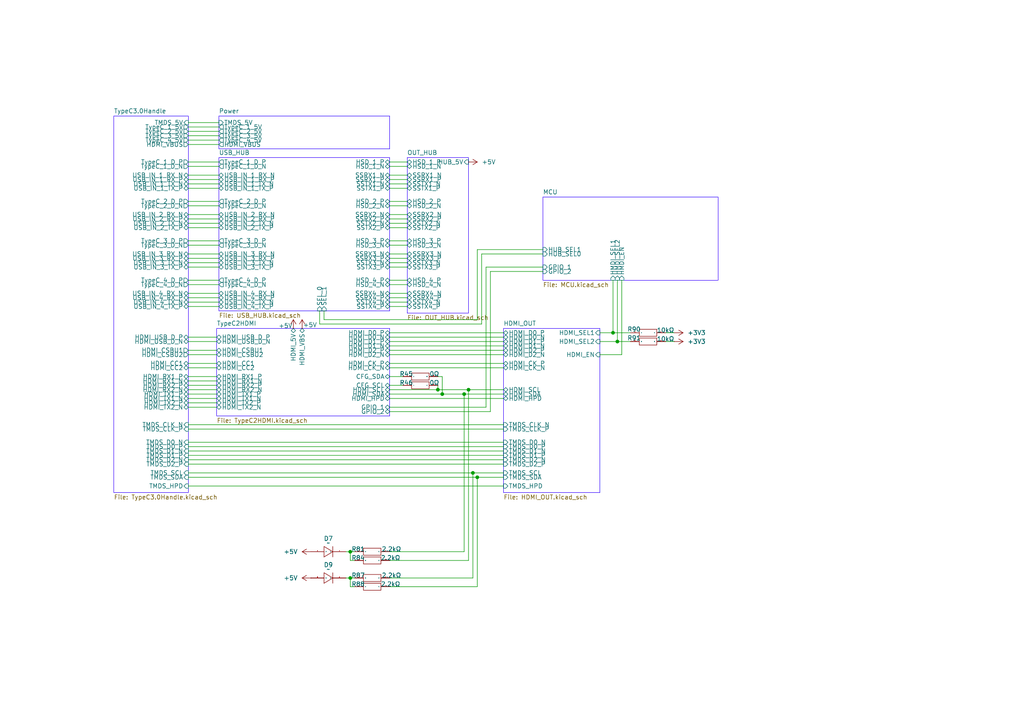
<source format=kicad_sch>
(kicad_sch
	(version 20231120)
	(generator "eeschema")
	(generator_version "8.0")
	(uuid "bb6002ed-6e0a-40ea-a48c-f92cae8db5fa")
	(paper "A4")
	(lib_symbols
		(symbol "persional_library:Diode_1N4148WSL"
			(exclude_from_sim no)
			(in_bom yes)
			(on_board yes)
			(property "Reference" "D"
				(at 0 0 0)
				(effects
					(font
						(size 1.27 1.27)
					)
				)
			)
			(property "Value" ""
				(at 0 0 0)
				(effects
					(font
						(size 1.27 1.27)
					)
				)
			)
			(property "Footprint" "persional_library:SOD-323F_L1.7-W1.3-LS2.5-R-RD"
				(at 0 0 0)
				(effects
					(font
						(size 1.27 1.27)
					)
					(hide yes)
				)
			)
			(property "Datasheet" "https://item.szlcsc.com/datasheet/1N4148WSL/436533.html"
				(at 0 0 0)
				(effects
					(font
						(size 1.27 1.27)
					)
					(hide yes)
				)
			)
			(property "Description" "正向压降(Vf):1.25V@150mA;直流反向耐压(Vr):100V;整流电流:300mA;反向恢复时间(Trr):8ns;"
				(at 0 0 0)
				(effects
					(font
						(size 1.27 1.27)
					)
					(hide yes)
				)
			)
			(property "Manufacturer Part" "1N4148WSL"
				(at 0 0 0)
				(effects
					(font
						(size 1.27 1.27)
					)
					(hide yes)
				)
			)
			(property "Manufacturer" "晶导微电子"
				(at 0 0 0)
				(effects
					(font
						(size 1.27 1.27)
					)
					(hide yes)
				)
			)
			(property "Supplier Part" "C438019"
				(at 0 0 0)
				(effects
					(font
						(size 1.27 1.27)
					)
					(hide yes)
				)
			)
			(property "Supplier" "LCSC"
				(at 0 0 0)
				(effects
					(font
						(size 1.27 1.27)
					)
					(hide yes)
				)
			)
			(property "LCSC Part Name" "1N4148WSL"
				(at 0 0 0)
				(effects
					(font
						(size 1.27 1.27)
					)
					(hide yes)
				)
			)
			(symbol "Diode_1N4148WSL_1_0"
				(polyline
					(pts
						(xy -1.27 -1.524) (xy -1.27 1.524)
					)
					(stroke
						(width 0)
						(type default)
					)
					(fill
						(type none)
					)
				)
				(polyline
					(pts
						(xy 1.27 1.524) (xy -1.27 0) (xy -1.27 0) (xy 1.27 -1.524) (xy 1.27 -1.524) (xy 1.27 1.524)
					)
					(stroke
						(width 0)
						(type default)
					)
					(fill
						(type none)
					)
				)
				(pin unspecified line
					(at -5.08 0 0)
					(length 3.81)
					(name "1"
						(effects
							(font
								(size 0.0254 0.0254)
							)
						)
					)
					(number "1"
						(effects
							(font
								(size 0.0254 0.0254)
							)
						)
					)
				)
				(pin unspecified line
					(at 5.08 0 180)
					(length 3.81)
					(name "2"
						(effects
							(font
								(size 0.0254 0.0254)
							)
						)
					)
					(number "2"
						(effects
							(font
								(size 0.0254 0.0254)
							)
						)
					)
				)
			)
		)
		(symbol "persional_library:R0603"
			(exclude_from_sim no)
			(in_bom yes)
			(on_board yes)
			(property "Reference" "R"
				(at 0 0 0)
				(effects
					(font
						(size 1.27 1.27)
					)
				)
			)
			(property "Value" "10kΩ"
				(at 0 0 0)
				(effects
					(font
						(size 1.27 1.27)
					)
					(hide yes)
				)
			)
			(property "Footprint" "persional_library:R0603"
				(at 0 0 0)
				(effects
					(font
						(size 1.27 1.27)
					)
					(hide yes)
				)
			)
			(property "Datasheet" "https://item.szlcsc.com/datasheet/0603WAF1002T5E/26547.html"
				(at 0 0 0)
				(effects
					(font
						(size 1.27 1.27)
					)
					(hide yes)
				)
			)
			(property "Description" "电阻类型:厚膜电阻;阻值:10kΩ;精度:±1%;功率:100mW;工作电压:75V;温度系数:±100ppm/°C;"
				(at 0 0 0)
				(effects
					(font
						(size 1.27 1.27)
					)
					(hide yes)
				)
			)
			(property "Manufacturer Part" "0603WAF1002T5E"
				(at 0 0 0)
				(effects
					(font
						(size 1.27 1.27)
					)
					(hide yes)
				)
			)
			(property "Manufacturer" "UNI-ROYAL(厚声)"
				(at 0 0 0)
				(effects
					(font
						(size 1.27 1.27)
					)
					(hide yes)
				)
			)
			(property "Supplier Part" "C25804"
				(at 0 0 0)
				(effects
					(font
						(size 1.27 1.27)
					)
					(hide yes)
				)
			)
			(property "Supplier" "LCSC"
				(at 0 0 0)
				(effects
					(font
						(size 1.27 1.27)
					)
					(hide yes)
				)
			)
			(property "LCSC Part Name" "厚膜电阻 10kΩ ±1% 100mW"
				(at 0 0 0)
				(effects
					(font
						(size 1.27 1.27)
					)
					(hide yes)
				)
			)
			(symbol "R0603_1_0"
				(rectangle
					(start -2.54 -1.016)
					(end 2.54 1.016)
					(stroke
						(width 0)
						(type default)
					)
					(fill
						(type none)
					)
				)
				(pin input line
					(at -5.08 0 0)
					(length 2.54)
					(name "1"
						(effects
							(font
								(size 0.0254 0.0254)
							)
						)
					)
					(number "1"
						(effects
							(font
								(size 0.0254 0.0254)
							)
						)
					)
				)
				(pin input line
					(at 5.08 0 180)
					(length 2.54)
					(name "2"
						(effects
							(font
								(size 0.0254 0.0254)
							)
						)
					)
					(number "2"
						(effects
							(font
								(size 0.0254 0.0254)
							)
						)
					)
				)
			)
		)
		(symbol "power:+3V3"
			(power)
			(pin_numbers hide)
			(pin_names
				(offset 0) hide)
			(exclude_from_sim no)
			(in_bom yes)
			(on_board yes)
			(property "Reference" "#PWR"
				(at 0 -3.81 0)
				(effects
					(font
						(size 1.27 1.27)
					)
					(hide yes)
				)
			)
			(property "Value" "+3V3"
				(at 0 3.556 0)
				(effects
					(font
						(size 1.27 1.27)
					)
				)
			)
			(property "Footprint" ""
				(at 0 0 0)
				(effects
					(font
						(size 1.27 1.27)
					)
					(hide yes)
				)
			)
			(property "Datasheet" ""
				(at 0 0 0)
				(effects
					(font
						(size 1.27 1.27)
					)
					(hide yes)
				)
			)
			(property "Description" "Power symbol creates a global label with name \"+3V3\""
				(at 0 0 0)
				(effects
					(font
						(size 1.27 1.27)
					)
					(hide yes)
				)
			)
			(property "ki_keywords" "global power"
				(at 0 0 0)
				(effects
					(font
						(size 1.27 1.27)
					)
					(hide yes)
				)
			)
			(symbol "+3V3_0_1"
				(polyline
					(pts
						(xy -0.762 1.27) (xy 0 2.54)
					)
					(stroke
						(width 0)
						(type default)
					)
					(fill
						(type none)
					)
				)
				(polyline
					(pts
						(xy 0 0) (xy 0 2.54)
					)
					(stroke
						(width 0)
						(type default)
					)
					(fill
						(type none)
					)
				)
				(polyline
					(pts
						(xy 0 2.54) (xy 0.762 1.27)
					)
					(stroke
						(width 0)
						(type default)
					)
					(fill
						(type none)
					)
				)
			)
			(symbol "+3V3_1_1"
				(pin power_in line
					(at 0 0 90)
					(length 0)
					(name "~"
						(effects
							(font
								(size 1.27 1.27)
							)
						)
					)
					(number "1"
						(effects
							(font
								(size 1.27 1.27)
							)
						)
					)
				)
			)
		)
		(symbol "power:+5V"
			(power)
			(pin_numbers hide)
			(pin_names
				(offset 0) hide)
			(exclude_from_sim no)
			(in_bom yes)
			(on_board yes)
			(property "Reference" "#PWR"
				(at 0 -3.81 0)
				(effects
					(font
						(size 1.27 1.27)
					)
					(hide yes)
				)
			)
			(property "Value" "+5V"
				(at 0 3.556 0)
				(effects
					(font
						(size 1.27 1.27)
					)
				)
			)
			(property "Footprint" ""
				(at 0 0 0)
				(effects
					(font
						(size 1.27 1.27)
					)
					(hide yes)
				)
			)
			(property "Datasheet" ""
				(at 0 0 0)
				(effects
					(font
						(size 1.27 1.27)
					)
					(hide yes)
				)
			)
			(property "Description" "Power symbol creates a global label with name \"+5V\""
				(at 0 0 0)
				(effects
					(font
						(size 1.27 1.27)
					)
					(hide yes)
				)
			)
			(property "ki_keywords" "global power"
				(at 0 0 0)
				(effects
					(font
						(size 1.27 1.27)
					)
					(hide yes)
				)
			)
			(symbol "+5V_0_1"
				(polyline
					(pts
						(xy -0.762 1.27) (xy 0 2.54)
					)
					(stroke
						(width 0)
						(type default)
					)
					(fill
						(type none)
					)
				)
				(polyline
					(pts
						(xy 0 0) (xy 0 2.54)
					)
					(stroke
						(width 0)
						(type default)
					)
					(fill
						(type none)
					)
				)
				(polyline
					(pts
						(xy 0 2.54) (xy 0.762 1.27)
					)
					(stroke
						(width 0)
						(type default)
					)
					(fill
						(type none)
					)
				)
			)
			(symbol "+5V_1_1"
				(pin power_in line
					(at 0 0 90)
					(length 0)
					(name "~"
						(effects
							(font
								(size 1.27 1.27)
							)
						)
					)
					(number "1"
						(effects
							(font
								(size 1.27 1.27)
							)
						)
					)
				)
			)
		)
	)
	(junction
		(at 134.62 114.3)
		(diameter 0)
		(color 0 0 0 0)
		(uuid "11aea082-50fe-4b6f-aa62-b2f3e0de9328")
	)
	(junction
		(at 127 113.03)
		(diameter 0)
		(color 0 0 0 0)
		(uuid "2396a3a1-7d98-4961-86f7-b45cd0ddfdd6")
	)
	(junction
		(at 138.43 138.43)
		(diameter 0)
		(color 0 0 0 0)
		(uuid "274e817a-234d-40c5-b630-b21793807d8d")
	)
	(junction
		(at 137.16 137.16)
		(diameter 0)
		(color 0 0 0 0)
		(uuid "456d9085-9869-497e-8602-92863e4bd093")
	)
	(junction
		(at 101.6 167.64)
		(diameter 0)
		(color 0 0 0 0)
		(uuid "9b778d80-255c-4603-b53e-5b2859a229a2")
	)
	(junction
		(at 179.07 99.06)
		(diameter 0)
		(color 0 0 0 0)
		(uuid "afe9b84e-fe00-4f2e-a61b-1b57a7042115")
	)
	(junction
		(at 135.89 113.03)
		(diameter 0)
		(color 0 0 0 0)
		(uuid "b832f304-3f18-482e-9e31-124a12b59842")
	)
	(junction
		(at 128.27 114.3)
		(diameter 0)
		(color 0 0 0 0)
		(uuid "bbda9edd-36b1-4725-94a6-97dfccfa4816")
	)
	(junction
		(at 177.8 96.52)
		(diameter 0)
		(color 0 0 0 0)
		(uuid "d4ba5517-1070-49e2-ac66-7a6f621469e1")
	)
	(junction
		(at 101.6 160.02)
		(diameter 0)
		(color 0 0 0 0)
		(uuid "e14be51d-f71b-48cd-afff-ca5db1c8dca3")
	)
	(wire
		(pts
			(xy 54.61 77.47) (xy 63.5 77.47)
		)
		(stroke
			(width 0)
			(type default)
		)
		(uuid "00948aa3-6bc0-44f1-85de-508abfb4753c")
	)
	(wire
		(pts
			(xy 113.03 160.02) (xy 134.62 160.02)
		)
		(stroke
			(width 0)
			(type default)
		)
		(uuid "017b39d9-ae8e-4d54-86cb-910e5e1fdb43")
	)
	(wire
		(pts
			(xy 54.61 63.5) (xy 63.5 63.5)
		)
		(stroke
			(width 0)
			(type default)
		)
		(uuid "01db7416-eca3-4b76-bf34-a87124c3fc86")
	)
	(wire
		(pts
			(xy 140.97 118.11) (xy 113.03 118.11)
		)
		(stroke
			(width 0)
			(type default)
		)
		(uuid "03710210-fd39-4164-b00e-0333142dc571")
	)
	(wire
		(pts
			(xy 54.61 115.57) (xy 62.865 115.57)
		)
		(stroke
			(width 0)
			(type default)
		)
		(uuid "038da4ab-95d8-4cf0-a673-22b55436e18f")
	)
	(wire
		(pts
			(xy 101.6 162.56) (xy 101.6 160.02)
		)
		(stroke
			(width 0)
			(type default)
		)
		(uuid "0530a090-4346-4187-b10e-40025cb9558b")
	)
	(wire
		(pts
			(xy 54.61 66.04) (xy 63.5 66.04)
		)
		(stroke
			(width 0)
			(type default)
		)
		(uuid "054b59fe-aec6-46fb-850e-f73bb1863b8f")
	)
	(wire
		(pts
			(xy 180.34 102.87) (xy 173.99 102.87)
		)
		(stroke
			(width 0)
			(type default)
		)
		(uuid "0618ef7d-a746-412a-8d61-9760cf3e700d")
	)
	(wire
		(pts
			(xy 54.61 71.12) (xy 63.5 71.12)
		)
		(stroke
			(width 0)
			(type default)
		)
		(uuid "070674b2-241a-4b8b-9563-dca6f14de910")
	)
	(wire
		(pts
			(xy 113.03 99.06) (xy 146.05 99.06)
		)
		(stroke
			(width 0)
			(type default)
		)
		(uuid "081c2211-a1cb-408c-9f80-ce259f30732e")
	)
	(wire
		(pts
			(xy 113.03 58.42) (xy 118.11 58.42)
		)
		(stroke
			(width 0)
			(type default)
		)
		(uuid "0833bf93-0d83-45ad-a310-29538c364e74")
	)
	(wire
		(pts
			(xy 113.03 63.5) (xy 118.11 63.5)
		)
		(stroke
			(width 0)
			(type default)
		)
		(uuid "0aca46fb-0720-4057-bd86-2b26a2f50274")
	)
	(wire
		(pts
			(xy 54.61 111.76) (xy 62.865 111.76)
		)
		(stroke
			(width 0)
			(type default)
		)
		(uuid "0c17e4cf-383b-4400-9ea6-66efb7e072df")
	)
	(wire
		(pts
			(xy 113.03 48.26) (xy 118.11 48.26)
		)
		(stroke
			(width 0)
			(type default)
		)
		(uuid "0ffd1633-9d04-4f30-815b-819c2ca3e9eb")
	)
	(wire
		(pts
			(xy 113.03 114.3) (xy 128.27 114.3)
		)
		(stroke
			(width 0)
			(type default)
		)
		(uuid "149523f5-ba8c-45b5-99ba-e1462302f4c4")
	)
	(wire
		(pts
			(xy 54.61 106.68) (xy 62.865 106.68)
		)
		(stroke
			(width 0)
			(type default)
		)
		(uuid "156fe8c6-faaf-4d71-a244-fc9de7caaffb")
	)
	(wire
		(pts
			(xy 54.61 88.9) (xy 63.5 88.9)
		)
		(stroke
			(width 0)
			(type default)
		)
		(uuid "1c14591f-b1b1-444e-8a63-1d9199d9bf8b")
	)
	(wire
		(pts
			(xy 113.03 167.64) (xy 137.16 167.64)
		)
		(stroke
			(width 0)
			(type default)
		)
		(uuid "1da71b7f-fc7f-4dd2-97e2-fbd0ba559f93")
	)
	(wire
		(pts
			(xy 54.61 116.84) (xy 62.865 116.84)
		)
		(stroke
			(width 0)
			(type default)
		)
		(uuid "1f7ae1ae-73ae-49b0-989d-c3684cb4730b")
	)
	(wire
		(pts
			(xy 54.61 137.16) (xy 137.16 137.16)
		)
		(stroke
			(width 0)
			(type default)
		)
		(uuid "20c6306c-cb75-44eb-8eea-6aba5d1c260e")
	)
	(wire
		(pts
			(xy 157.48 73.66) (xy 139.7 73.66)
		)
		(stroke
			(width 0)
			(type default)
		)
		(uuid "21100bfc-b389-4c8b-ad5d-1f9ef64ac540")
	)
	(wire
		(pts
			(xy 54.61 50.8) (xy 63.5 50.8)
		)
		(stroke
			(width 0)
			(type default)
		)
		(uuid "23103abc-4312-4e7f-8ae3-befb537b10a6")
	)
	(wire
		(pts
			(xy 100.33 167.64) (xy 101.6 167.64)
		)
		(stroke
			(width 0)
			(type default)
		)
		(uuid "278dd609-ac3b-4eff-b294-1bc0a9b5b052")
	)
	(wire
		(pts
			(xy 113.03 162.56) (xy 135.89 162.56)
		)
		(stroke
			(width 0)
			(type default)
		)
		(uuid "27e98332-c3f6-42c1-bfcb-e983252c76f2")
	)
	(wire
		(pts
			(xy 179.07 99.06) (xy 182.88 99.06)
		)
		(stroke
			(width 0)
			(type default)
		)
		(uuid "2858042d-05a7-470f-a73a-e3ae1a00d8fd")
	)
	(wire
		(pts
			(xy 54.61 114.3) (xy 62.865 114.3)
		)
		(stroke
			(width 0)
			(type default)
		)
		(uuid "28d7d6b5-a0a5-4df6-abdc-e455fc8cf2ae")
	)
	(wire
		(pts
			(xy 54.61 58.42) (xy 63.5 58.42)
		)
		(stroke
			(width 0)
			(type default)
		)
		(uuid "29f77050-ab3a-4a4c-9629-d41f344542b1")
	)
	(wire
		(pts
			(xy 113.03 115.57) (xy 146.05 115.57)
		)
		(stroke
			(width 0)
			(type default)
		)
		(uuid "2f3cdf60-5eb4-4e05-9f92-39e39820d2cb")
	)
	(wire
		(pts
			(xy 139.7 93.98) (xy 92.71 93.98)
		)
		(stroke
			(width 0)
			(type default)
		)
		(uuid "3348a4a7-96bf-45f1-85c4-b9776c38e075")
	)
	(wire
		(pts
			(xy 113.03 100.33) (xy 146.05 100.33)
		)
		(stroke
			(width 0)
			(type default)
		)
		(uuid "36b49ad8-6d99-4629-8741-d3853e1e5583")
	)
	(wire
		(pts
			(xy 54.61 85.09) (xy 63.5 85.09)
		)
		(stroke
			(width 0)
			(type default)
		)
		(uuid "3789b9a8-bd95-4f2a-9e46-9c946dce2946")
	)
	(wire
		(pts
			(xy 138.43 72.39) (xy 157.48 72.39)
		)
		(stroke
			(width 0)
			(type default)
		)
		(uuid "37da7f6b-922a-4c2a-a2c5-c166fe281996")
	)
	(wire
		(pts
			(xy 134.62 114.3) (xy 146.05 114.3)
		)
		(stroke
			(width 0)
			(type default)
		)
		(uuid "382f0874-7d59-4ccf-8039-ec1b537db1ea")
	)
	(wire
		(pts
			(xy 54.61 64.77) (xy 63.5 64.77)
		)
		(stroke
			(width 0)
			(type default)
		)
		(uuid "3e370b7c-7c3f-41c6-a736-ce82c4528886")
	)
	(wire
		(pts
			(xy 54.61 109.22) (xy 62.865 109.22)
		)
		(stroke
			(width 0)
			(type default)
		)
		(uuid "3ed3beb9-cfa8-4aa4-8344-413eecc4a06d")
	)
	(wire
		(pts
			(xy 113.03 53.34) (xy 118.11 53.34)
		)
		(stroke
			(width 0)
			(type default)
		)
		(uuid "410fc2b6-5e6c-4d5b-affb-be25b0416305")
	)
	(wire
		(pts
			(xy 113.03 77.47) (xy 118.11 77.47)
		)
		(stroke
			(width 0)
			(type default)
		)
		(uuid "41e573bc-a61c-4d50-905b-50b6571c7a40")
	)
	(wire
		(pts
			(xy 54.61 138.43) (xy 138.43 138.43)
		)
		(stroke
			(width 0)
			(type default)
		)
		(uuid "42cfd81c-7a04-4221-8000-8373870cf15c")
	)
	(wire
		(pts
			(xy 54.61 36.83) (xy 63.5 36.83)
		)
		(stroke
			(width 0)
			(type default)
		)
		(uuid "456f540d-0213-43a6-a715-7e6d7fecc758")
	)
	(wire
		(pts
			(xy 113.03 64.77) (xy 118.11 64.77)
		)
		(stroke
			(width 0)
			(type default)
		)
		(uuid "47cd8189-d5a4-444c-9e6f-9f9c53088e3a")
	)
	(wire
		(pts
			(xy 54.61 118.11) (xy 62.865 118.11)
		)
		(stroke
			(width 0)
			(type default)
		)
		(uuid "481c9a9f-2a4f-4317-866f-edd6e3435ec0")
	)
	(wire
		(pts
			(xy 54.61 46.99) (xy 63.5 46.99)
		)
		(stroke
			(width 0)
			(type default)
		)
		(uuid "4831f1c6-6d5a-4a48-8ff7-b4ce68c96c5a")
	)
	(wire
		(pts
			(xy 134.62 160.02) (xy 134.62 114.3)
		)
		(stroke
			(width 0)
			(type default)
		)
		(uuid "48ff0117-9f1d-466e-be1f-da2bb0ae0b5c")
	)
	(wire
		(pts
			(xy 113.03 111.76) (xy 116.84 111.76)
		)
		(stroke
			(width 0)
			(type default)
		)
		(uuid "4a5c1266-70b4-4555-a6b0-9dd6423a8052")
	)
	(wire
		(pts
			(xy 54.61 134.62) (xy 146.05 134.62)
		)
		(stroke
			(width 0)
			(type default)
		)
		(uuid "4c3a5ad8-8605-4b0a-9c26-3a1bab3d069c")
	)
	(wire
		(pts
			(xy 113.03 73.66) (xy 118.11 73.66)
		)
		(stroke
			(width 0)
			(type default)
		)
		(uuid "4c434bdc-3d3e-4f4d-b03a-1222bbb7f57e")
	)
	(wire
		(pts
			(xy 127 113.03) (xy 135.89 113.03)
		)
		(stroke
			(width 0)
			(type default)
		)
		(uuid "4c9a9897-b2e3-4a80-bcad-80118d007523")
	)
	(wire
		(pts
			(xy 195.58 99.06) (xy 193.04 99.06)
		)
		(stroke
			(width 0)
			(type default)
		)
		(uuid "4e250133-335a-4c7a-bd8c-5de51e4606bd")
	)
	(wire
		(pts
			(xy 128.27 114.3) (xy 134.62 114.3)
		)
		(stroke
			(width 0)
			(type default)
		)
		(uuid "4faeda0d-bc85-409a-b95a-a01a081a10dd")
	)
	(wire
		(pts
			(xy 93.98 90.17) (xy 93.98 92.71)
		)
		(stroke
			(width 0)
			(type default)
		)
		(uuid "520745f1-b563-470b-b251-3ad226981369")
	)
	(wire
		(pts
			(xy 54.61 110.49) (xy 62.865 110.49)
		)
		(stroke
			(width 0)
			(type default)
		)
		(uuid "53163eb7-e039-413a-a19c-eeec59f4ff0c")
	)
	(wire
		(pts
			(xy 113.03 46.99) (xy 118.11 46.99)
		)
		(stroke
			(width 0)
			(type default)
		)
		(uuid "53afa1db-9e14-492f-8efd-2b675d00992b")
	)
	(wire
		(pts
			(xy 113.03 66.04) (xy 118.11 66.04)
		)
		(stroke
			(width 0)
			(type default)
		)
		(uuid "53ec5f8d-d1b8-4e8e-a953-cc5c74f8b8d6")
	)
	(wire
		(pts
			(xy 54.61 87.63) (xy 63.5 87.63)
		)
		(stroke
			(width 0)
			(type default)
		)
		(uuid "5416da45-4e51-48c8-846f-307e1d476de1")
	)
	(wire
		(pts
			(xy 113.03 87.63) (xy 118.11 87.63)
		)
		(stroke
			(width 0)
			(type default)
		)
		(uuid "56a23d41-ed8d-4c90-bdf6-6ede71049eb3")
	)
	(wire
		(pts
			(xy 113.03 69.85) (xy 118.11 69.85)
		)
		(stroke
			(width 0)
			(type default)
		)
		(uuid "58a0a95e-e958-4a3c-863a-dfb18f9e6636")
	)
	(wire
		(pts
			(xy 113.03 54.61) (xy 118.11 54.61)
		)
		(stroke
			(width 0)
			(type default)
		)
		(uuid "597f50cf-39c6-4073-bc6f-07fde2c5839f")
	)
	(wire
		(pts
			(xy 113.03 59.69) (xy 118.11 59.69)
		)
		(stroke
			(width 0)
			(type default)
		)
		(uuid "5b8be41c-1464-40d4-a9cb-c59dd0922312")
	)
	(wire
		(pts
			(xy 113.03 85.09) (xy 118.11 85.09)
		)
		(stroke
			(width 0)
			(type default)
		)
		(uuid "5df9cb87-d6d4-452f-8fe7-19f6a7b4f140")
	)
	(wire
		(pts
			(xy 54.61 54.61) (xy 63.5 54.61)
		)
		(stroke
			(width 0)
			(type default)
		)
		(uuid "5e6f641d-6ab1-4d30-a12c-e98b411ed146")
	)
	(wire
		(pts
			(xy 113.03 106.68) (xy 146.05 106.68)
		)
		(stroke
			(width 0)
			(type default)
		)
		(uuid "5efddc7b-e8bb-430b-8ca5-33974c3c40bf")
	)
	(wire
		(pts
			(xy 54.61 38.1) (xy 63.5 38.1)
		)
		(stroke
			(width 0)
			(type default)
		)
		(uuid "6375747e-ce54-4826-a0e2-6b16bbfab030")
	)
	(wire
		(pts
			(xy 54.61 82.55) (xy 63.5 82.55)
		)
		(stroke
			(width 0)
			(type default)
		)
		(uuid "65c5d1e3-4bbf-4720-88f4-823e19b97023")
	)
	(wire
		(pts
			(xy 54.61 62.23) (xy 63.5 62.23)
		)
		(stroke
			(width 0)
			(type default)
		)
		(uuid "666f3509-6cba-4d67-bf28-f2a68d5c2d6f")
	)
	(wire
		(pts
			(xy 140.97 77.47) (xy 140.97 118.11)
		)
		(stroke
			(width 0)
			(type default)
		)
		(uuid "68285150-e508-4dd5-a207-f2a453780ace")
	)
	(wire
		(pts
			(xy 137.16 167.64) (xy 137.16 137.16)
		)
		(stroke
			(width 0)
			(type default)
		)
		(uuid "6c5b8e69-153a-44c5-ac02-db7fddf9b531")
	)
	(wire
		(pts
			(xy 101.6 160.02) (xy 102.87 160.02)
		)
		(stroke
			(width 0)
			(type default)
		)
		(uuid "6ce397d2-37fe-4081-ad70-74c4d99dc401")
	)
	(wire
		(pts
			(xy 177.8 81.28) (xy 177.8 96.52)
		)
		(stroke
			(width 0)
			(type default)
		)
		(uuid "6dc70d43-0de8-459f-86a1-ed6b20e49379")
	)
	(wire
		(pts
			(xy 54.61 41.91) (xy 63.5 41.91)
		)
		(stroke
			(width 0)
			(type default)
		)
		(uuid "70695de3-a453-4e58-81bb-ac3af872f42d")
	)
	(wire
		(pts
			(xy 54.61 53.34) (xy 63.5 53.34)
		)
		(stroke
			(width 0)
			(type default)
		)
		(uuid "75e82ea6-9033-40d9-9d47-4c963b4172fb")
	)
	(wire
		(pts
			(xy 138.43 138.43) (xy 146.05 138.43)
		)
		(stroke
			(width 0)
			(type default)
		)
		(uuid "78d2a48f-fa50-44b2-a41a-6524af2a0ede")
	)
	(wire
		(pts
			(xy 54.61 35.56) (xy 63.5 35.56)
		)
		(stroke
			(width 0)
			(type default)
		)
		(uuid "79aa850a-bce0-413d-ae8b-8a95ae21d003")
	)
	(wire
		(pts
			(xy 54.61 74.93) (xy 63.5 74.93)
		)
		(stroke
			(width 0)
			(type default)
		)
		(uuid "7aa0192c-b3f9-42a3-ad25-def90728bc89")
	)
	(wire
		(pts
			(xy 127 111.76) (xy 127 113.03)
		)
		(stroke
			(width 0)
			(type default)
		)
		(uuid "7e4db352-fa58-4137-91ac-5be6f3f47b14")
	)
	(wire
		(pts
			(xy 137.16 137.16) (xy 146.05 137.16)
		)
		(stroke
			(width 0)
			(type default)
		)
		(uuid "7f8b8bbb-05f0-49a0-b9a0-9d3e4ab7f115")
	)
	(wire
		(pts
			(xy 54.61 132.08) (xy 146.05 132.08)
		)
		(stroke
			(width 0)
			(type default)
		)
		(uuid "82c66cd8-0e45-42e3-9b4b-af3b62f2ea16")
	)
	(wire
		(pts
			(xy 101.6 170.18) (xy 101.6 167.64)
		)
		(stroke
			(width 0)
			(type default)
		)
		(uuid "83134e99-a7d9-4aa1-891a-6734cdfbd775")
	)
	(wire
		(pts
			(xy 93.98 92.71) (xy 138.43 92.71)
		)
		(stroke
			(width 0)
			(type default)
		)
		(uuid "83d3f322-79b4-4a0b-9de2-11f4f127aaf0")
	)
	(wire
		(pts
			(xy 173.99 96.52) (xy 177.8 96.52)
		)
		(stroke
			(width 0)
			(type default)
		)
		(uuid "8562b168-ce9a-43fc-b02d-c7d61f71ed4e")
	)
	(wire
		(pts
			(xy 54.61 59.69) (xy 63.5 59.69)
		)
		(stroke
			(width 0)
			(type default)
		)
		(uuid "856fda2f-9955-46e9-bd4f-18a3fbeb8f99")
	)
	(wire
		(pts
			(xy 54.61 69.85) (xy 63.5 69.85)
		)
		(stroke
			(width 0)
			(type default)
		)
		(uuid "858dc06d-17f7-4b54-b8f0-e0a01901c0f1")
	)
	(wire
		(pts
			(xy 113.03 101.6) (xy 146.05 101.6)
		)
		(stroke
			(width 0)
			(type default)
		)
		(uuid "86b9387d-0309-4fb6-b149-1c04e4fd90a1")
	)
	(wire
		(pts
			(xy 173.99 99.06) (xy 179.07 99.06)
		)
		(stroke
			(width 0)
			(type default)
		)
		(uuid "86f43abe-f453-4959-b9fb-3b00f21e45c2")
	)
	(wire
		(pts
			(xy 180.34 81.28) (xy 180.34 102.87)
		)
		(stroke
			(width 0)
			(type default)
		)
		(uuid "86fd8373-4949-48d4-92e0-20ef1e9fe5a2")
	)
	(wire
		(pts
			(xy 177.8 96.52) (xy 182.88 96.52)
		)
		(stroke
			(width 0)
			(type default)
		)
		(uuid "87f0a0ff-0fbb-4aba-a404-c9d117d8361f")
	)
	(wire
		(pts
			(xy 54.61 52.07) (xy 63.5 52.07)
		)
		(stroke
			(width 0)
			(type default)
		)
		(uuid "896fd65b-ba21-4484-8b9c-36ccf191bd1e")
	)
	(wire
		(pts
			(xy 113.03 96.52) (xy 146.05 96.52)
		)
		(stroke
			(width 0)
			(type default)
		)
		(uuid "8a803963-8b70-4074-bff7-07991065b70c")
	)
	(wire
		(pts
			(xy 54.61 133.35) (xy 146.05 133.35)
		)
		(stroke
			(width 0)
			(type default)
		)
		(uuid "8b1254c5-7068-40df-90a6-36fa67e846dd")
	)
	(wire
		(pts
			(xy 139.7 73.66) (xy 139.7 93.98)
		)
		(stroke
			(width 0)
			(type default)
		)
		(uuid "8dbfb279-c9a2-4983-bc8a-5a69f17222c1")
	)
	(wire
		(pts
			(xy 113.03 97.79) (xy 146.05 97.79)
		)
		(stroke
			(width 0)
			(type default)
		)
		(uuid "8ede2c9f-0203-4ff7-9989-69fcc8be1fea")
	)
	(wire
		(pts
			(xy 54.61 99.06) (xy 62.865 99.06)
		)
		(stroke
			(width 0)
			(type default)
		)
		(uuid "90bd6925-ff89-4c1d-88e1-9c7ad29799b0")
	)
	(wire
		(pts
			(xy 128.27 109.22) (xy 127 109.22)
		)
		(stroke
			(width 0)
			(type default)
		)
		(uuid "91235c1b-7596-47c8-990c-aaee72aff31f")
	)
	(wire
		(pts
			(xy 142.24 78.74) (xy 142.24 119.38)
		)
		(stroke
			(width 0)
			(type default)
		)
		(uuid "93e5faa6-6560-4ca1-9787-0b2f3eef8ab4")
	)
	(wire
		(pts
			(xy 102.87 162.56) (xy 101.6 162.56)
		)
		(stroke
			(width 0)
			(type default)
		)
		(uuid "96898fa3-e496-4de7-a7d9-f3e3095155f4")
	)
	(wire
		(pts
			(xy 113.03 170.18) (xy 138.43 170.18)
		)
		(stroke
			(width 0)
			(type default)
		)
		(uuid "9ae56dd5-b07e-4974-a03e-99adf4464477")
	)
	(wire
		(pts
			(xy 54.61 81.28) (xy 63.5 81.28)
		)
		(stroke
			(width 0)
			(type default)
		)
		(uuid "9b8f4994-bdd2-4535-bfb1-0ff5165c99f2")
	)
	(wire
		(pts
			(xy 101.6 167.64) (xy 102.87 167.64)
		)
		(stroke
			(width 0)
			(type default)
		)
		(uuid "9d7ff240-73d0-4132-bd8f-f0a58d76d96c")
	)
	(wire
		(pts
			(xy 54.61 124.46) (xy 146.05 124.46)
		)
		(stroke
			(width 0)
			(type default)
		)
		(uuid "9e887505-981e-483c-b4cf-47c05c49be8b")
	)
	(wire
		(pts
			(xy 54.61 129.54) (xy 146.05 129.54)
		)
		(stroke
			(width 0)
			(type default)
		)
		(uuid "a1792a42-bf69-49ca-a993-a25fd3be1b1a")
	)
	(wire
		(pts
			(xy 54.61 123.19) (xy 146.05 123.19)
		)
		(stroke
			(width 0)
			(type default)
		)
		(uuid "a1d5b919-2fc2-4017-a706-f746c6cb7a1f")
	)
	(wire
		(pts
			(xy 113.03 62.23) (xy 118.11 62.23)
		)
		(stroke
			(width 0)
			(type default)
		)
		(uuid "a2f397cb-499d-4ef3-acbc-3a55975a2ff0")
	)
	(wire
		(pts
			(xy 113.03 76.2) (xy 118.11 76.2)
		)
		(stroke
			(width 0)
			(type default)
		)
		(uuid "a5305585-72cc-4427-bd8c-ea2ee216c05e")
	)
	(wire
		(pts
			(xy 179.07 81.28) (xy 179.07 99.06)
		)
		(stroke
			(width 0)
			(type default)
		)
		(uuid "a72a0525-db49-4f29-a7ea-3b9110fc0c44")
	)
	(wire
		(pts
			(xy 113.03 52.07) (xy 118.11 52.07)
		)
		(stroke
			(width 0)
			(type default)
		)
		(uuid "a76f4271-3500-40c3-beca-cb2f2b683ede")
	)
	(wire
		(pts
			(xy 195.58 96.52) (xy 193.04 96.52)
		)
		(stroke
			(width 0)
			(type default)
		)
		(uuid "a7efbb07-bc8e-45b5-bc7c-33d8f35ddb17")
	)
	(wire
		(pts
			(xy 92.71 93.98) (xy 92.71 90.17)
		)
		(stroke
			(width 0)
			(type default)
		)
		(uuid "a8a316b4-1ba1-4cff-a450-f5ae16c9a1ea")
	)
	(wire
		(pts
			(xy 102.87 170.18) (xy 101.6 170.18)
		)
		(stroke
			(width 0)
			(type default)
		)
		(uuid "a996cd69-143e-4501-b419-fc45478e507f")
	)
	(wire
		(pts
			(xy 157.48 78.74) (xy 142.24 78.74)
		)
		(stroke
			(width 0)
			(type default)
		)
		(uuid "b043967f-229e-4341-b1ee-bc2807362969")
	)
	(wire
		(pts
			(xy 128.27 114.3) (xy 128.27 109.22)
		)
		(stroke
			(width 0)
			(type default)
		)
		(uuid "b189f7a8-bccd-47e5-97f1-352706908bf3")
	)
	(wire
		(pts
			(xy 113.03 74.93) (xy 118.11 74.93)
		)
		(stroke
			(width 0)
			(type default)
		)
		(uuid "b540a7e8-7633-4f5c-99d2-f4ccc8964587")
	)
	(wire
		(pts
			(xy 100.33 160.02) (xy 101.6 160.02)
		)
		(stroke
			(width 0)
			(type default)
		)
		(uuid "b62ef46e-73f4-484c-952a-fcb58634f6c1")
	)
	(wire
		(pts
			(xy 54.61 105.41) (xy 62.865 105.41)
		)
		(stroke
			(width 0)
			(type default)
		)
		(uuid "b772693b-3d75-45a9-ab5a-00e247265324")
	)
	(wire
		(pts
			(xy 113.03 109.22) (xy 116.84 109.22)
		)
		(stroke
			(width 0)
			(type default)
		)
		(uuid "b933b9be-3bcc-42a7-9b9f-8855470242a6")
	)
	(wire
		(pts
			(xy 113.03 102.87) (xy 146.05 102.87)
		)
		(stroke
			(width 0)
			(type default)
		)
		(uuid "b9660609-d401-4b80-ba87-c198495ba3e4")
	)
	(wire
		(pts
			(xy 54.61 76.2) (xy 63.5 76.2)
		)
		(stroke
			(width 0)
			(type default)
		)
		(uuid "bf03f6bf-c762-4282-95c2-bcc6c31aa330")
	)
	(wire
		(pts
			(xy 113.03 88.9) (xy 118.11 88.9)
		)
		(stroke
			(width 0)
			(type default)
		)
		(uuid "c24f5496-4025-43f2-a0fb-7c3f3c800699")
	)
	(wire
		(pts
			(xy 54.61 40.64) (xy 63.5 40.64)
		)
		(stroke
			(width 0)
			(type default)
		)
		(uuid "c301c308-2eba-436e-b1ea-5e96962bdb33")
	)
	(wire
		(pts
			(xy 54.61 97.79) (xy 62.865 97.79)
		)
		(stroke
			(width 0)
			(type default)
		)
		(uuid "c39faa02-288d-4d13-9e72-bc3f4e619c59")
	)
	(wire
		(pts
			(xy 54.61 130.81) (xy 146.05 130.81)
		)
		(stroke
			(width 0)
			(type default)
		)
		(uuid "c9c8623d-15d5-4863-a390-b11e7fb085e8")
	)
	(wire
		(pts
			(xy 54.61 39.37) (xy 63.5 39.37)
		)
		(stroke
			(width 0)
			(type default)
		)
		(uuid "cb06dc89-bc89-4a31-8ad3-47f09bdab990")
	)
	(wire
		(pts
			(xy 113.03 86.36) (xy 118.11 86.36)
		)
		(stroke
			(width 0)
			(type default)
		)
		(uuid "d30099cb-5a3a-4b31-a4e6-fc3340a7fcac")
	)
	(wire
		(pts
			(xy 113.03 71.12) (xy 118.11 71.12)
		)
		(stroke
			(width 0)
			(type default)
		)
		(uuid "d5a05480-2504-46b2-a084-82576a80dc93")
	)
	(wire
		(pts
			(xy 54.61 140.97) (xy 146.05 140.97)
		)
		(stroke
			(width 0)
			(type default)
		)
		(uuid "dd6fa17d-069b-4086-9427-cefc926cca4d")
	)
	(wire
		(pts
			(xy 157.48 77.47) (xy 140.97 77.47)
		)
		(stroke
			(width 0)
			(type default)
		)
		(uuid "e107e979-7175-4df1-87de-3897f5b2a6d5")
	)
	(wire
		(pts
			(xy 54.61 48.26) (xy 63.5 48.26)
		)
		(stroke
			(width 0)
			(type default)
		)
		(uuid "e1f59990-4de9-449b-b258-4a8e906c1978")
	)
	(wire
		(pts
			(xy 54.61 113.03) (xy 62.865 113.03)
		)
		(stroke
			(width 0)
			(type default)
		)
		(uuid "e286286e-c15a-42a5-bcd2-125742891f57")
	)
	(wire
		(pts
			(xy 142.24 119.38) (xy 113.03 119.38)
		)
		(stroke
			(width 0)
			(type default)
		)
		(uuid "e72fab8d-0a11-4c48-a69d-30d1fc33e8e7")
	)
	(wire
		(pts
			(xy 135.89 162.56) (xy 135.89 113.03)
		)
		(stroke
			(width 0)
			(type default)
		)
		(uuid "e7e606a2-f1bb-4ec7-8564-7dcf22470b78")
	)
	(wire
		(pts
			(xy 135.89 113.03) (xy 146.05 113.03)
		)
		(stroke
			(width 0)
			(type default)
		)
		(uuid "e832f050-16d9-4cd0-ae90-1b1a4d805f6f")
	)
	(wire
		(pts
			(xy 138.43 92.71) (xy 138.43 72.39)
		)
		(stroke
			(width 0)
			(type default)
		)
		(uuid "ec5693c7-0b3e-424f-b90a-f37fc1eaf007")
	)
	(wire
		(pts
			(xy 54.61 101.6) (xy 62.865 101.6)
		)
		(stroke
			(width 0)
			(type default)
		)
		(uuid "ed4d1b90-78c4-4d99-a2dd-56d3ceb2ed67")
	)
	(wire
		(pts
			(xy 113.03 50.8) (xy 118.11 50.8)
		)
		(stroke
			(width 0)
			(type default)
		)
		(uuid "ed8277a1-2931-4070-8769-665d6f5a7e47")
	)
	(wire
		(pts
			(xy 127 113.03) (xy 113.03 113.03)
		)
		(stroke
			(width 0)
			(type default)
		)
		(uuid "ed93bb47-fae7-4a0f-88a7-3072078c611f")
	)
	(wire
		(pts
			(xy 113.03 105.41) (xy 146.05 105.41)
		)
		(stroke
			(width 0)
			(type default)
		)
		(uuid "ee8cc607-f4e5-442a-aab1-20e4871b9ea4")
	)
	(wire
		(pts
			(xy 54.61 128.27) (xy 146.05 128.27)
		)
		(stroke
			(width 0)
			(type default)
		)
		(uuid "f07146fe-b48f-4cfd-ac4f-7bf1deb4750e")
	)
	(wire
		(pts
			(xy 54.61 102.87) (xy 62.865 102.87)
		)
		(stroke
			(width 0)
			(type default)
		)
		(uuid "f6465d03-e981-4870-a983-b5ba62248ce7")
	)
	(wire
		(pts
			(xy 54.61 73.66) (xy 63.5 73.66)
		)
		(stroke
			(width 0)
			(type default)
		)
		(uuid "f91963f7-a680-4086-8525-d679cbf5b642")
	)
	(wire
		(pts
			(xy 113.03 81.28) (xy 118.11 81.28)
		)
		(stroke
			(width 0)
			(type default)
		)
		(uuid "fa3f8cbf-c155-4a25-93ac-c9b77f224a1b")
	)
	(wire
		(pts
			(xy 54.61 86.36) (xy 63.5 86.36)
		)
		(stroke
			(width 0)
			(type default)
		)
		(uuid "fb4c5d8d-b0db-4b32-bed8-f9ddc8dc78c3")
	)
	(wire
		(pts
			(xy 113.03 82.55) (xy 118.11 82.55)
		)
		(stroke
			(width 0)
			(type default)
		)
		(uuid "fe36cd20-9d89-484c-af43-248362fe3280")
	)
	(wire
		(pts
			(xy 138.43 170.18) (xy 138.43 138.43)
		)
		(stroke
			(width 0)
			(type default)
		)
		(uuid "ff0a05c0-4e42-49d3-93a0-e6a4173742d1")
	)
	(symbol
		(lib_id "power:+5V")
		(at 85.09 95.25 0)
		(unit 1)
		(exclude_from_sim no)
		(in_bom yes)
		(on_board yes)
		(dnp no)
		(uuid "0f2f88e7-f749-4ce6-90a9-fdf93b3f1f37")
		(property "Reference" "#PWR0260"
			(at 85.09 99.06 0)
			(effects
				(font
					(size 1.27 1.27)
				)
				(hide yes)
			)
		)
		(property "Value" "+5V"
			(at 82.804 94.488 0)
			(effects
				(font
					(size 1.27 1.27)
				)
			)
		)
		(property "Footprint" ""
			(at 85.09 95.25 0)
			(effects
				(font
					(size 1.27 1.27)
				)
				(hide yes)
			)
		)
		(property "Datasheet" ""
			(at 85.09 95.25 0)
			(effects
				(font
					(size 1.27 1.27)
				)
				(hide yes)
			)
		)
		(property "Description" "Power symbol creates a global label with name \"+5V\""
			(at 85.09 95.25 0)
			(effects
				(font
					(size 1.27 1.27)
				)
				(hide yes)
			)
		)
		(pin "1"
			(uuid "dda1732f-b6cc-41d7-841c-8754f4bd6713")
		)
		(instances
			(project "ChinoHub"
				(path "/bb6002ed-6e0a-40ea-a48c-f92cae8db5fa"
					(reference "#PWR0260")
					(unit 1)
				)
			)
		)
	)
	(symbol
		(lib_id "persional_library:R0603")
		(at 121.92 109.22 0)
		(unit 1)
		(exclude_from_sim no)
		(in_bom yes)
		(on_board yes)
		(dnp no)
		(uuid "12fc0c14-6071-4b2a-8530-0a743b40429f")
		(property "Reference" "R45"
			(at 117.856 108.458 0)
			(effects
				(font
					(size 1.27 1.27)
				)
			)
		)
		(property "Value" "0Ω"
			(at 125.984 108.458 0)
			(effects
				(font
					(size 1.27 1.27)
				)
			)
		)
		(property "Footprint" "persional_library:R0603"
			(at 121.92 109.22 0)
			(effects
				(font
					(size 1.27 1.27)
				)
				(hide yes)
			)
		)
		(property "Datasheet" "https://item.szlcsc.com/datasheet/0603WAF1002T5E/26547.html"
			(at 121.92 109.22 0)
			(effects
				(font
					(size 1.27 1.27)
				)
				(hide yes)
			)
		)
		(property "Description" "电阻类型:厚膜电阻;阻值:10kΩ;精度:±1%;功率:100mW;工作电压:75V;温度系数:±100ppm/°C;"
			(at 121.92 109.22 0)
			(effects
				(font
					(size 1.27 1.27)
				)
				(hide yes)
			)
		)
		(property "Manufacturer Part" "0603WAF1002T5E"
			(at 121.92 109.22 0)
			(effects
				(font
					(size 1.27 1.27)
				)
				(hide yes)
			)
		)
		(property "Manufacturer" "UNI-ROYAL(厚声)"
			(at 121.92 109.22 0)
			(effects
				(font
					(size 1.27 1.27)
				)
				(hide yes)
			)
		)
		(property "Supplier Part" "C25804"
			(at 121.92 109.22 0)
			(effects
				(font
					(size 1.27 1.27)
				)
				(hide yes)
			)
		)
		(property "Supplier" "LCSC"
			(at 121.92 109.22 0)
			(effects
				(font
					(size 1.27 1.27)
				)
				(hide yes)
			)
		)
		(property "LCSC Part Name" "厚膜电阻 10kΩ ±1% 100mW"
			(at 121.92 109.22 0)
			(effects
				(font
					(size 1.27 1.27)
				)
				(hide yes)
			)
		)
		(pin "1"
			(uuid "150de51d-c2e3-4a25-8fbb-14deb1ac28a7")
		)
		(pin "2"
			(uuid "6c2c3562-5231-46f6-a7b7-932bbb717e7b")
		)
		(instances
			(project ""
				(path "/bb6002ed-6e0a-40ea-a48c-f92cae8db5fa"
					(reference "R45")
					(unit 1)
				)
			)
		)
	)
	(symbol
		(lib_id "power:+5V")
		(at 87.63 95.25 0)
		(unit 1)
		(exclude_from_sim no)
		(in_bom yes)
		(on_board yes)
		(dnp no)
		(uuid "17b1d5d2-21c9-4273-8403-b4a0741ce328")
		(property "Reference" "#PWR0261"
			(at 87.63 99.06 0)
			(effects
				(font
					(size 1.27 1.27)
				)
				(hide yes)
			)
		)
		(property "Value" "+5V"
			(at 89.916 94.234 0)
			(effects
				(font
					(size 1.27 1.27)
				)
			)
		)
		(property "Footprint" ""
			(at 87.63 95.25 0)
			(effects
				(font
					(size 1.27 1.27)
				)
				(hide yes)
			)
		)
		(property "Datasheet" ""
			(at 87.63 95.25 0)
			(effects
				(font
					(size 1.27 1.27)
				)
				(hide yes)
			)
		)
		(property "Description" "Power symbol creates a global label with name \"+5V\""
			(at 87.63 95.25 0)
			(effects
				(font
					(size 1.27 1.27)
				)
				(hide yes)
			)
		)
		(pin "1"
			(uuid "5bf4489f-8840-4e91-846e-6d9458fbff87")
		)
		(instances
			(project "ChinoHub"
				(path "/bb6002ed-6e0a-40ea-a48c-f92cae8db5fa"
					(reference "#PWR0261")
					(unit 1)
				)
			)
		)
	)
	(symbol
		(lib_id "power:+5V")
		(at 90.17 167.64 90)
		(unit 1)
		(exclude_from_sim no)
		(in_bom yes)
		(on_board yes)
		(dnp no)
		(fields_autoplaced yes)
		(uuid "197177c6-167f-4dcb-a020-a4cc621dbf38")
		(property "Reference" "#PWR0259"
			(at 93.98 167.64 0)
			(effects
				(font
					(size 1.27 1.27)
				)
				(hide yes)
			)
		)
		(property "Value" "+5V"
			(at 86.36 167.64 90)
			(effects
				(font
					(size 1.27 1.27)
				)
				(justify left)
			)
		)
		(property "Footprint" ""
			(at 90.17 167.64 0)
			(effects
				(font
					(size 1.27 1.27)
				)
				(hide yes)
			)
		)
		(property "Datasheet" ""
			(at 90.17 167.64 0)
			(effects
				(font
					(size 1.27 1.27)
				)
				(hide yes)
			)
		)
		(property "Description" "Power symbol creates a global label with name \"+5V\""
			(at 90.17 167.64 0)
			(effects
				(font
					(size 1.27 1.27)
				)
				(hide yes)
			)
		)
		(pin "1"
			(uuid "575ebc25-c7bf-4308-9c8e-964152bfccbd")
		)
		(instances
			(project "ChinoHub"
				(path "/bb6002ed-6e0a-40ea-a48c-f92cae8db5fa"
					(reference "#PWR0259")
					(unit 1)
				)
			)
		)
	)
	(symbol
		(lib_id "persional_library:R0603")
		(at 107.95 162.56 0)
		(unit 1)
		(exclude_from_sim no)
		(in_bom yes)
		(on_board yes)
		(dnp no)
		(uuid "5146e90a-47a7-4e26-9c20-59dd27f6d3a7")
		(property "Reference" "R84"
			(at 103.886 161.798 0)
			(effects
				(font
					(size 1.27 1.27)
				)
			)
		)
		(property "Value" "2.2kΩ"
			(at 113.284 161.798 0)
			(effects
				(font
					(size 1.27 1.27)
				)
			)
		)
		(property "Footprint" "persional_library:R0603"
			(at 107.95 162.56 0)
			(effects
				(font
					(size 1.27 1.27)
				)
				(hide yes)
			)
		)
		(property "Datasheet" "https://item.szlcsc.com/datasheet/0603WAF1002T5E/26547.html"
			(at 107.95 162.56 0)
			(effects
				(font
					(size 1.27 1.27)
				)
				(hide yes)
			)
		)
		(property "Description" "电阻类型:厚膜电阻;阻值:10kΩ;精度:±1%;功率:100mW;工作电压:75V;温度系数:±100ppm/°C;"
			(at 107.95 162.56 0)
			(effects
				(font
					(size 1.27 1.27)
				)
				(hide yes)
			)
		)
		(property "Manufacturer Part" "0603WAF1002T5E"
			(at 107.95 162.56 0)
			(effects
				(font
					(size 1.27 1.27)
				)
				(hide yes)
			)
		)
		(property "Manufacturer" "UNI-ROYAL(厚声)"
			(at 107.95 162.56 0)
			(effects
				(font
					(size 1.27 1.27)
				)
				(hide yes)
			)
		)
		(property "Supplier Part" "C25804"
			(at 107.95 162.56 0)
			(effects
				(font
					(size 1.27 1.27)
				)
				(hide yes)
			)
		)
		(property "Supplier" "LCSC"
			(at 107.95 162.56 0)
			(effects
				(font
					(size 1.27 1.27)
				)
				(hide yes)
			)
		)
		(property "LCSC Part Name" "厚膜电阻 10kΩ ±1% 100mW"
			(at 107.95 162.56 0)
			(effects
				(font
					(size 1.27 1.27)
				)
				(hide yes)
			)
		)
		(pin "1"
			(uuid "19a78df2-0a14-4e13-842c-73f9fa6e6de0")
		)
		(pin "2"
			(uuid "eacca4d9-1ee7-4202-a155-e3fc041362d5")
		)
		(instances
			(project "ChinoHub"
				(path "/bb6002ed-6e0a-40ea-a48c-f92cae8db5fa"
					(reference "R84")
					(unit 1)
				)
			)
		)
	)
	(symbol
		(lib_id "power:+5V")
		(at 135.89 46.99 270)
		(unit 1)
		(exclude_from_sim no)
		(in_bom yes)
		(on_board yes)
		(dnp no)
		(fields_autoplaced yes)
		(uuid "53f37e2e-958e-439f-9f22-a9a769f2f0d0")
		(property "Reference" "#PWR0234"
			(at 132.08 46.99 0)
			(effects
				(font
					(size 1.27 1.27)
				)
				(hide yes)
			)
		)
		(property "Value" "+5V"
			(at 139.7 46.99 90)
			(effects
				(font
					(size 1.27 1.27)
				)
				(justify left)
			)
		)
		(property "Footprint" ""
			(at 135.89 46.99 0)
			(effects
				(font
					(size 1.27 1.27)
				)
				(hide yes)
			)
		)
		(property "Datasheet" ""
			(at 135.89 46.99 0)
			(effects
				(font
					(size 1.27 1.27)
				)
				(hide yes)
			)
		)
		(property "Description" "Power symbol creates a global label with name \"+5V\""
			(at 135.89 46.99 0)
			(effects
				(font
					(size 1.27 1.27)
				)
				(hide yes)
			)
		)
		(pin "1"
			(uuid "dbbde4c0-d6f9-458f-a745-88c13e62ab14")
		)
		(instances
			(project "ChinoHub"
				(path "/bb6002ed-6e0a-40ea-a48c-f92cae8db5fa"
					(reference "#PWR0234")
					(unit 1)
				)
			)
		)
	)
	(symbol
		(lib_id "power:+5V")
		(at 90.17 160.02 90)
		(unit 1)
		(exclude_from_sim no)
		(in_bom yes)
		(on_board yes)
		(dnp no)
		(fields_autoplaced yes)
		(uuid "5a8951c1-5857-4ee2-a8b8-cb4aa21bb427")
		(property "Reference" "#PWR0257"
			(at 93.98 160.02 0)
			(effects
				(font
					(size 1.27 1.27)
				)
				(hide yes)
			)
		)
		(property "Value" "+5V"
			(at 86.36 160.02 90)
			(effects
				(font
					(size 1.27 1.27)
				)
				(justify left)
			)
		)
		(property "Footprint" ""
			(at 90.17 160.02 0)
			(effects
				(font
					(size 1.27 1.27)
				)
				(hide yes)
			)
		)
		(property "Datasheet" ""
			(at 90.17 160.02 0)
			(effects
				(font
					(size 1.27 1.27)
				)
				(hide yes)
			)
		)
		(property "Description" "Power symbol creates a global label with name \"+5V\""
			(at 90.17 160.02 0)
			(effects
				(font
					(size 1.27 1.27)
				)
				(hide yes)
			)
		)
		(pin "1"
			(uuid "1c358b47-b3a9-4d6e-b108-08e767e22032")
		)
		(instances
			(project "ChinoHub"
				(path "/bb6002ed-6e0a-40ea-a48c-f92cae8db5fa"
					(reference "#PWR0257")
					(unit 1)
				)
			)
		)
	)
	(symbol
		(lib_id "persional_library:Diode_1N4148WSL")
		(at 95.25 167.64 180)
		(unit 1)
		(exclude_from_sim no)
		(in_bom yes)
		(on_board yes)
		(dnp no)
		(fields_autoplaced yes)
		(uuid "608a8910-4545-40c8-9267-0f84d514d6ed")
		(property "Reference" "D9"
			(at 95.25 163.83 0)
			(effects
				(font
					(size 1.27 1.27)
				)
			)
		)
		(property "Value" "~"
			(at 95.25 165.1 0)
			(effects
				(font
					(size 1.27 1.27)
				)
			)
		)
		(property "Footprint" "persional_library:SOD-323F_L1.7-W1.3-LS2.5-R-RD"
			(at 95.25 167.64 0)
			(effects
				(font
					(size 1.27 1.27)
				)
				(hide yes)
			)
		)
		(property "Datasheet" "https://item.szlcsc.com/datasheet/1N4148WSL/436533.html"
			(at 95.25 167.64 0)
			(effects
				(font
					(size 1.27 1.27)
				)
				(hide yes)
			)
		)
		(property "Description" "正向压降(Vf):1.25V@150mA;直流反向耐压(Vr):100V;整流电流:300mA;反向恢复时间(Trr):8ns;"
			(at 95.25 167.64 0)
			(effects
				(font
					(size 1.27 1.27)
				)
				(hide yes)
			)
		)
		(property "Manufacturer Part" "1N4148WSL"
			(at 95.25 167.64 0)
			(effects
				(font
					(size 1.27 1.27)
				)
				(hide yes)
			)
		)
		(property "Manufacturer" "晶导微电子"
			(at 95.25 167.64 0)
			(effects
				(font
					(size 1.27 1.27)
				)
				(hide yes)
			)
		)
		(property "Supplier Part" "C438019"
			(at 95.25 167.64 0)
			(effects
				(font
					(size 1.27 1.27)
				)
				(hide yes)
			)
		)
		(property "Supplier" "LCSC"
			(at 95.25 167.64 0)
			(effects
				(font
					(size 1.27 1.27)
				)
				(hide yes)
			)
		)
		(property "LCSC Part Name" "1N4148WSL"
			(at 95.25 167.64 0)
			(effects
				(font
					(size 1.27 1.27)
				)
				(hide yes)
			)
		)
		(pin "1"
			(uuid "9e91e5ec-9a20-4498-aba3-f9da031fa153")
		)
		(pin "2"
			(uuid "3f00fb0f-6fda-4857-9644-a9b7bc4f51fb")
		)
		(instances
			(project "ChinoHub"
				(path "/bb6002ed-6e0a-40ea-a48c-f92cae8db5fa"
					(reference "D9")
					(unit 1)
				)
			)
		)
	)
	(symbol
		(lib_id "persional_library:R0603")
		(at 107.95 170.18 0)
		(unit 1)
		(exclude_from_sim no)
		(in_bom yes)
		(on_board yes)
		(dnp no)
		(uuid "75a461bc-a80a-4327-9a7a-8a81d11d0da0")
		(property "Reference" "R88"
			(at 103.886 169.418 0)
			(effects
				(font
					(size 1.27 1.27)
				)
			)
		)
		(property "Value" "2.2kΩ"
			(at 113.284 169.418 0)
			(effects
				(font
					(size 1.27 1.27)
				)
			)
		)
		(property "Footprint" "persional_library:R0603"
			(at 107.95 170.18 0)
			(effects
				(font
					(size 1.27 1.27)
				)
				(hide yes)
			)
		)
		(property "Datasheet" "https://item.szlcsc.com/datasheet/0603WAF1002T5E/26547.html"
			(at 107.95 170.18 0)
			(effects
				(font
					(size 1.27 1.27)
				)
				(hide yes)
			)
		)
		(property "Description" "电阻类型:厚膜电阻;阻值:10kΩ;精度:±1%;功率:100mW;工作电压:75V;温度系数:±100ppm/°C;"
			(at 107.95 170.18 0)
			(effects
				(font
					(size 1.27 1.27)
				)
				(hide yes)
			)
		)
		(property "Manufacturer Part" "0603WAF1002T5E"
			(at 107.95 170.18 0)
			(effects
				(font
					(size 1.27 1.27)
				)
				(hide yes)
			)
		)
		(property "Manufacturer" "UNI-ROYAL(厚声)"
			(at 107.95 170.18 0)
			(effects
				(font
					(size 1.27 1.27)
				)
				(hide yes)
			)
		)
		(property "Supplier Part" "C25804"
			(at 107.95 170.18 0)
			(effects
				(font
					(size 1.27 1.27)
				)
				(hide yes)
			)
		)
		(property "Supplier" "LCSC"
			(at 107.95 170.18 0)
			(effects
				(font
					(size 1.27 1.27)
				)
				(hide yes)
			)
		)
		(property "LCSC Part Name" "厚膜电阻 10kΩ ±1% 100mW"
			(at 107.95 170.18 0)
			(effects
				(font
					(size 1.27 1.27)
				)
				(hide yes)
			)
		)
		(pin "1"
			(uuid "0b383c74-7288-4bbf-b176-4a57142e62fd")
		)
		(pin "2"
			(uuid "63ed37fd-0b0b-4040-9f70-4167c7abb9cd")
		)
		(instances
			(project "ChinoHub"
				(path "/bb6002ed-6e0a-40ea-a48c-f92cae8db5fa"
					(reference "R88")
					(unit 1)
				)
			)
		)
	)
	(symbol
		(lib_id "persional_library:R0603")
		(at 187.96 96.52 0)
		(unit 1)
		(exclude_from_sim no)
		(in_bom yes)
		(on_board yes)
		(dnp no)
		(uuid "7ea5f864-5d7d-4fe0-8f41-84576393d118")
		(property "Reference" "R90"
			(at 183.896 95.504 0)
			(effects
				(font
					(size 1.27 1.27)
				)
			)
		)
		(property "Value" "10kΩ"
			(at 193.04 95.758 0)
			(effects
				(font
					(size 1.27 1.27)
				)
			)
		)
		(property "Footprint" "persional_library:R0603"
			(at 187.96 96.52 0)
			(effects
				(font
					(size 1.27 1.27)
				)
				(hide yes)
			)
		)
		(property "Datasheet" "https://item.szlcsc.com/datasheet/0603WAF1002T5E/26547.html"
			(at 187.96 96.52 0)
			(effects
				(font
					(size 1.27 1.27)
				)
				(hide yes)
			)
		)
		(property "Description" "电阻类型:厚膜电阻;阻值:10kΩ;精度:±1%;功率:100mW;工作电压:75V;温度系数:±100ppm/°C;"
			(at 187.96 96.52 0)
			(effects
				(font
					(size 1.27 1.27)
				)
				(hide yes)
			)
		)
		(property "Manufacturer Part" "0603WAF1002T5E"
			(at 187.96 96.52 0)
			(effects
				(font
					(size 1.27 1.27)
				)
				(hide yes)
			)
		)
		(property "Manufacturer" "UNI-ROYAL(厚声)"
			(at 187.96 96.52 0)
			(effects
				(font
					(size 1.27 1.27)
				)
				(hide yes)
			)
		)
		(property "Supplier Part" "C25804"
			(at 187.96 96.52 0)
			(effects
				(font
					(size 1.27 1.27)
				)
				(hide yes)
			)
		)
		(property "Supplier" "LCSC"
			(at 187.96 96.52 0)
			(effects
				(font
					(size 1.27 1.27)
				)
				(hide yes)
			)
		)
		(property "LCSC Part Name" "厚膜电阻 10kΩ ±1% 100mW"
			(at 187.96 96.52 0)
			(effects
				(font
					(size 1.27 1.27)
				)
				(hide yes)
			)
		)
		(pin "1"
			(uuid "f8ef94f1-40f4-46da-b0d2-f1425f4f66e9")
		)
		(pin "2"
			(uuid "c695705f-ffe3-4370-877f-f5ecd55211c4")
		)
		(instances
			(project "ChinoHub"
				(path "/bb6002ed-6e0a-40ea-a48c-f92cae8db5fa"
					(reference "R90")
					(unit 1)
				)
			)
		)
	)
	(symbol
		(lib_id "persional_library:R0603")
		(at 121.92 111.76 0)
		(unit 1)
		(exclude_from_sim no)
		(in_bom yes)
		(on_board yes)
		(dnp no)
		(uuid "847e4c8c-5668-415b-9a27-525b7fdcacc1")
		(property "Reference" "R46"
			(at 117.856 110.998 0)
			(effects
				(font
					(size 1.27 1.27)
				)
			)
		)
		(property "Value" "0Ω"
			(at 125.984 110.998 0)
			(effects
				(font
					(size 1.27 1.27)
				)
			)
		)
		(property "Footprint" "persional_library:R0603"
			(at 121.92 111.76 0)
			(effects
				(font
					(size 1.27 1.27)
				)
				(hide yes)
			)
		)
		(property "Datasheet" "https://item.szlcsc.com/datasheet/0603WAF1002T5E/26547.html"
			(at 121.92 111.76 0)
			(effects
				(font
					(size 1.27 1.27)
				)
				(hide yes)
			)
		)
		(property "Description" "电阻类型:厚膜电阻;阻值:10kΩ;精度:±1%;功率:100mW;工作电压:75V;温度系数:±100ppm/°C;"
			(at 121.92 111.76 0)
			(effects
				(font
					(size 1.27 1.27)
				)
				(hide yes)
			)
		)
		(property "Manufacturer Part" "0603WAF1002T5E"
			(at 121.92 111.76 0)
			(effects
				(font
					(size 1.27 1.27)
				)
				(hide yes)
			)
		)
		(property "Manufacturer" "UNI-ROYAL(厚声)"
			(at 121.92 111.76 0)
			(effects
				(font
					(size 1.27 1.27)
				)
				(hide yes)
			)
		)
		(property "Supplier Part" "C25804"
			(at 121.92 111.76 0)
			(effects
				(font
					(size 1.27 1.27)
				)
				(hide yes)
			)
		)
		(property "Supplier" "LCSC"
			(at 121.92 111.76 0)
			(effects
				(font
					(size 1.27 1.27)
				)
				(hide yes)
			)
		)
		(property "LCSC Part Name" "厚膜电阻 10kΩ ±1% 100mW"
			(at 121.92 111.76 0)
			(effects
				(font
					(size 1.27 1.27)
				)
				(hide yes)
			)
		)
		(pin "1"
			(uuid "f9d84ae2-6522-41a3-94b0-48d0224b82b2")
		)
		(pin "2"
			(uuid "76aed3a1-fc77-4700-8c13-136ed6aef409")
		)
		(instances
			(project "ChinoHub"
				(path "/bb6002ed-6e0a-40ea-a48c-f92cae8db5fa"
					(reference "R46")
					(unit 1)
				)
			)
		)
	)
	(symbol
		(lib_id "persional_library:R0603")
		(at 107.95 160.02 0)
		(unit 1)
		(exclude_from_sim no)
		(in_bom yes)
		(on_board yes)
		(dnp no)
		(uuid "8def10e2-df79-4224-b830-169c1bd065d4")
		(property "Reference" "R81"
			(at 103.886 159.258 0)
			(effects
				(font
					(size 1.27 1.27)
				)
			)
		)
		(property "Value" "2.2kΩ"
			(at 113.538 159.258 0)
			(effects
				(font
					(size 1.27 1.27)
				)
			)
		)
		(property "Footprint" "persional_library:R0603"
			(at 107.95 160.02 0)
			(effects
				(font
					(size 1.27 1.27)
				)
				(hide yes)
			)
		)
		(property "Datasheet" "https://item.szlcsc.com/datasheet/0603WAF1002T5E/26547.html"
			(at 107.95 160.02 0)
			(effects
				(font
					(size 1.27 1.27)
				)
				(hide yes)
			)
		)
		(property "Description" "电阻类型:厚膜电阻;阻值:10kΩ;精度:±1%;功率:100mW;工作电压:75V;温度系数:±100ppm/°C;"
			(at 107.95 160.02 0)
			(effects
				(font
					(size 1.27 1.27)
				)
				(hide yes)
			)
		)
		(property "Manufacturer Part" "0603WAF1002T5E"
			(at 107.95 160.02 0)
			(effects
				(font
					(size 1.27 1.27)
				)
				(hide yes)
			)
		)
		(property "Manufacturer" "UNI-ROYAL(厚声)"
			(at 107.95 160.02 0)
			(effects
				(font
					(size 1.27 1.27)
				)
				(hide yes)
			)
		)
		(property "Supplier Part" "C25804"
			(at 107.95 160.02 0)
			(effects
				(font
					(size 1.27 1.27)
				)
				(hide yes)
			)
		)
		(property "Supplier" "LCSC"
			(at 107.95 160.02 0)
			(effects
				(font
					(size 1.27 1.27)
				)
				(hide yes)
			)
		)
		(property "LCSC Part Name" "厚膜电阻 10kΩ ±1% 100mW"
			(at 107.95 160.02 0)
			(effects
				(font
					(size 1.27 1.27)
				)
				(hide yes)
			)
		)
		(pin "1"
			(uuid "b8b788d3-ecff-4bd8-ad0d-ad6820619ea4")
		)
		(pin "2"
			(uuid "b699f81c-293b-4c9a-82e7-33795c69a4d0")
		)
		(instances
			(project "ChinoHub"
				(path "/bb6002ed-6e0a-40ea-a48c-f92cae8db5fa"
					(reference "R81")
					(unit 1)
				)
			)
		)
	)
	(symbol
		(lib_id "persional_library:Diode_1N4148WSL")
		(at 95.25 160.02 180)
		(unit 1)
		(exclude_from_sim no)
		(in_bom yes)
		(on_board yes)
		(dnp no)
		(fields_autoplaced yes)
		(uuid "8e4a3077-c96d-41ac-988d-f274c8b68297")
		(property "Reference" "D7"
			(at 95.25 156.21 0)
			(effects
				(font
					(size 1.27 1.27)
				)
			)
		)
		(property "Value" "~"
			(at 95.25 157.48 0)
			(effects
				(font
					(size 1.27 1.27)
				)
			)
		)
		(property "Footprint" "persional_library:SOD-323F_L1.7-W1.3-LS2.5-R-RD"
			(at 95.25 160.02 0)
			(effects
				(font
					(size 1.27 1.27)
				)
				(hide yes)
			)
		)
		(property "Datasheet" "https://item.szlcsc.com/datasheet/1N4148WSL/436533.html"
			(at 95.25 160.02 0)
			(effects
				(font
					(size 1.27 1.27)
				)
				(hide yes)
			)
		)
		(property "Description" "正向压降(Vf):1.25V@150mA;直流反向耐压(Vr):100V;整流电流:300mA;反向恢复时间(Trr):8ns;"
			(at 95.25 160.02 0)
			(effects
				(font
					(size 1.27 1.27)
				)
				(hide yes)
			)
		)
		(property "Manufacturer Part" "1N4148WSL"
			(at 95.25 160.02 0)
			(effects
				(font
					(size 1.27 1.27)
				)
				(hide yes)
			)
		)
		(property "Manufacturer" "晶导微电子"
			(at 95.25 160.02 0)
			(effects
				(font
					(size 1.27 1.27)
				)
				(hide yes)
			)
		)
		(property "Supplier Part" "C438019"
			(at 95.25 160.02 0)
			(effects
				(font
					(size 1.27 1.27)
				)
				(hide yes)
			)
		)
		(property "Supplier" "LCSC"
			(at 95.25 160.02 0)
			(effects
				(font
					(size 1.27 1.27)
				)
				(hide yes)
			)
		)
		(property "LCSC Part Name" "1N4148WSL"
			(at 95.25 160.02 0)
			(effects
				(font
					(size 1.27 1.27)
				)
				(hide yes)
			)
		)
		(pin "1"
			(uuid "32a9f602-58ba-4c18-825f-d8350411c0c2")
		)
		(pin "2"
			(uuid "deecf54a-25f0-4fad-8a97-012765ffa562")
		)
		(instances
			(project ""
				(path "/bb6002ed-6e0a-40ea-a48c-f92cae8db5fa"
					(reference "D7")
					(unit 1)
				)
			)
		)
	)
	(symbol
		(lib_id "power:+3V3")
		(at 195.58 99.06 270)
		(unit 1)
		(exclude_from_sim no)
		(in_bom yes)
		(on_board yes)
		(dnp no)
		(fields_autoplaced yes)
		(uuid "9b393dbb-4423-447b-8b0b-4c47e6a86a10")
		(property "Reference" "#PWR0265"
			(at 191.77 99.06 0)
			(effects
				(font
					(size 1.27 1.27)
				)
				(hide yes)
			)
		)
		(property "Value" "+3V3"
			(at 199.39 99.06 90)
			(effects
				(font
					(size 1.27 1.27)
				)
				(justify left)
			)
		)
		(property "Footprint" ""
			(at 195.58 99.06 0)
			(effects
				(font
					(size 1.27 1.27)
				)
				(hide yes)
			)
		)
		(property "Datasheet" ""
			(at 195.58 99.06 0)
			(effects
				(font
					(size 1.27 1.27)
				)
				(hide yes)
			)
		)
		(property "Description" "Power symbol creates a global label with name \"+3V3\""
			(at 195.58 99.06 0)
			(effects
				(font
					(size 1.27 1.27)
				)
				(hide yes)
			)
		)
		(pin "1"
			(uuid "4a460f04-ea0c-4713-8a0d-7dab796a631e")
		)
		(instances
			(project "ChinoHub"
				(path "/bb6002ed-6e0a-40ea-a48c-f92cae8db5fa"
					(reference "#PWR0265")
					(unit 1)
				)
			)
		)
	)
	(symbol
		(lib_id "persional_library:R0603")
		(at 187.96 99.06 0)
		(unit 1)
		(exclude_from_sim no)
		(in_bom yes)
		(on_board yes)
		(dnp no)
		(uuid "a33e5fb4-a686-48ac-8814-51a4c5d11750")
		(property "Reference" "R91"
			(at 183.896 98.044 0)
			(effects
				(font
					(size 1.27 1.27)
				)
			)
		)
		(property "Value" "10kΩ"
			(at 193.04 98.298 0)
			(effects
				(font
					(size 1.27 1.27)
				)
			)
		)
		(property "Footprint" "persional_library:R0603"
			(at 187.96 99.06 0)
			(effects
				(font
					(size 1.27 1.27)
				)
				(hide yes)
			)
		)
		(property "Datasheet" "https://item.szlcsc.com/datasheet/0603WAF1002T5E/26547.html"
			(at 187.96 99.06 0)
			(effects
				(font
					(size 1.27 1.27)
				)
				(hide yes)
			)
		)
		(property "Description" "电阻类型:厚膜电阻;阻值:10kΩ;精度:±1%;功率:100mW;工作电压:75V;温度系数:±100ppm/°C;"
			(at 187.96 99.06 0)
			(effects
				(font
					(size 1.27 1.27)
				)
				(hide yes)
			)
		)
		(property "Manufacturer Part" "0603WAF1002T5E"
			(at 187.96 99.06 0)
			(effects
				(font
					(size 1.27 1.27)
				)
				(hide yes)
			)
		)
		(property "Manufacturer" "UNI-ROYAL(厚声)"
			(at 187.96 99.06 0)
			(effects
				(font
					(size 1.27 1.27)
				)
				(hide yes)
			)
		)
		(property "Supplier Part" "C25804"
			(at 187.96 99.06 0)
			(effects
				(font
					(size 1.27 1.27)
				)
				(hide yes)
			)
		)
		(property "Supplier" "LCSC"
			(at 187.96 99.06 0)
			(effects
				(font
					(size 1.27 1.27)
				)
				(hide yes)
			)
		)
		(property "LCSC Part Name" "厚膜电阻 10kΩ ±1% 100mW"
			(at 187.96 99.06 0)
			(effects
				(font
					(size 1.27 1.27)
				)
				(hide yes)
			)
		)
		(pin "1"
			(uuid "93393997-2431-462d-b9a9-adbb80f5ce61")
		)
		(pin "2"
			(uuid "7b960570-79f2-423e-939a-e663f4f9db30")
		)
		(instances
			(project "ChinoHub"
				(path "/bb6002ed-6e0a-40ea-a48c-f92cae8db5fa"
					(reference "R91")
					(unit 1)
				)
			)
		)
	)
	(symbol
		(lib_id "power:+3V3")
		(at 195.58 96.52 270)
		(unit 1)
		(exclude_from_sim no)
		(in_bom yes)
		(on_board yes)
		(dnp no)
		(fields_autoplaced yes)
		(uuid "a71dc9b5-d2e6-400b-a239-612ad0a6c166")
		(property "Reference" "#PWR0264"
			(at 191.77 96.52 0)
			(effects
				(font
					(size 1.27 1.27)
				)
				(hide yes)
			)
		)
		(property "Value" "+3V3"
			(at 199.39 96.52 90)
			(effects
				(font
					(size 1.27 1.27)
				)
				(justify left)
			)
		)
		(property "Footprint" ""
			(at 195.58 96.52 0)
			(effects
				(font
					(size 1.27 1.27)
				)
				(hide yes)
			)
		)
		(property "Datasheet" ""
			(at 195.58 96.52 0)
			(effects
				(font
					(size 1.27 1.27)
				)
				(hide yes)
			)
		)
		(property "Description" "Power symbol creates a global label with name \"+3V3\""
			(at 195.58 96.52 0)
			(effects
				(font
					(size 1.27 1.27)
				)
				(hide yes)
			)
		)
		(pin "1"
			(uuid "ae0b051f-30be-46c6-936d-30d2cdcb39b6")
		)
		(instances
			(project "ChinoHub"
				(path "/bb6002ed-6e0a-40ea-a48c-f92cae8db5fa"
					(reference "#PWR0264")
					(unit 1)
				)
			)
		)
	)
	(symbol
		(lib_id "persional_library:R0603")
		(at 107.95 167.64 0)
		(unit 1)
		(exclude_from_sim no)
		(in_bom yes)
		(on_board yes)
		(dnp no)
		(uuid "aa3fb1af-5681-4570-ace6-960c548d05c3")
		(property "Reference" "R87"
			(at 103.886 166.878 0)
			(effects
				(font
					(size 1.27 1.27)
				)
			)
		)
		(property "Value" "2.2kΩ"
			(at 113.538 166.878 0)
			(effects
				(font
					(size 1.27 1.27)
				)
			)
		)
		(property "Footprint" "persional_library:R0603"
			(at 107.95 167.64 0)
			(effects
				(font
					(size 1.27 1.27)
				)
				(hide yes)
			)
		)
		(property "Datasheet" "https://item.szlcsc.com/datasheet/0603WAF1002T5E/26547.html"
			(at 107.95 167.64 0)
			(effects
				(font
					(size 1.27 1.27)
				)
				(hide yes)
			)
		)
		(property "Description" "电阻类型:厚膜电阻;阻值:10kΩ;精度:±1%;功率:100mW;工作电压:75V;温度系数:±100ppm/°C;"
			(at 107.95 167.64 0)
			(effects
				(font
					(size 1.27 1.27)
				)
				(hide yes)
			)
		)
		(property "Manufacturer Part" "0603WAF1002T5E"
			(at 107.95 167.64 0)
			(effects
				(font
					(size 1.27 1.27)
				)
				(hide yes)
			)
		)
		(property "Manufacturer" "UNI-ROYAL(厚声)"
			(at 107.95 167.64 0)
			(effects
				(font
					(size 1.27 1.27)
				)
				(hide yes)
			)
		)
		(property "Supplier Part" "C25804"
			(at 107.95 167.64 0)
			(effects
				(font
					(size 1.27 1.27)
				)
				(hide yes)
			)
		)
		(property "Supplier" "LCSC"
			(at 107.95 167.64 0)
			(effects
				(font
					(size 1.27 1.27)
				)
				(hide yes)
			)
		)
		(property "LCSC Part Name" "厚膜电阻 10kΩ ±1% 100mW"
			(at 107.95 167.64 0)
			(effects
				(font
					(size 1.27 1.27)
				)
				(hide yes)
			)
		)
		(pin "1"
			(uuid "ce85cf62-9698-4879-abff-f84adb977a57")
		)
		(pin "2"
			(uuid "abeffde3-e232-4f1c-9289-5df8a04f9d95")
		)
		(instances
			(project "ChinoHub"
				(path "/bb6002ed-6e0a-40ea-a48c-f92cae8db5fa"
					(reference "R87")
					(unit 1)
				)
			)
		)
	)
	(sheet
		(at 62.865 95.25)
		(size 50.165 25.4)
		(fields_autoplaced yes)
		(stroke
			(width 0.1524)
			(type solid)
			(color 52 0 255 1)
		)
		(fill
			(color 255 255 255 1.0000)
		)
		(uuid "458094f0-5776-4d56-a69e-5b3424749e82")
		(property "Sheetname" "TypeC2HDMI"
			(at 62.865 94.5384 0)
			(effects
				(font
					(size 1.27 1.27)
				)
				(justify left bottom)
			)
		)
		(property "Sheetfile" "TypeC2HDMI.kicad_sch"
			(at 62.865 121.2346 0)
			(effects
				(font
					(size 1.27 1.27)
				)
				(justify left top)
			)
		)
		(pin "HDMI_USB_D_P" bidirectional
			(at 62.865 97.79 180)
			(effects
				(font
					(size 1.27 1.27)
				)
				(justify left)
			)
			(uuid "b7e5dd9d-06f6-42bc-a87a-ba3fd0bca01a")
		)
		(pin "HDMI_USB_D_N" bidirectional
			(at 62.865 99.06 180)
			(effects
				(font
					(size 1.27 1.27)
				)
				(justify left)
			)
			(uuid "e1513574-2c9a-4efe-ad11-c697232b92fa")
		)
		(pin "HDMI_CSBU1" bidirectional
			(at 62.865 101.6 180)
			(effects
				(font
					(size 1.27 1.27)
				)
				(justify left)
			)
			(uuid "0632033f-e9ea-477a-8733-dbd2da02d66a")
		)
		(pin "HDMI_CC1" bidirectional
			(at 62.865 105.41 180)
			(effects
				(font
					(size 1.27 1.27)
				)
				(justify left)
			)
			(uuid "ae6b2421-c449-43bd-95cc-4bc71da29279")
		)
		(pin "HDMI_CSBU2" bidirectional
			(at 62.865 102.87 180)
			(effects
				(font
					(size 1.27 1.27)
				)
				(justify left)
			)
			(uuid "8dec2e92-4126-4272-bfcc-ec801409a5ec")
		)
		(pin "HDMI_CC2" bidirectional
			(at 62.865 106.68 180)
			(effects
				(font
					(size 1.27 1.27)
				)
				(justify left)
			)
			(uuid "4aa889f5-b81c-42a8-9bc0-33804d80b0eb")
		)
		(pin "HDMI_TX1_P" bidirectional
			(at 62.865 114.3 180)
			(effects
				(font
					(size 1.27 1.27)
				)
				(justify left)
			)
			(uuid "fe8e18d5-1e25-459a-aa8a-dfeea81b7978")
		)
		(pin "HDMI_TX1_N" bidirectional
			(at 62.865 115.57 180)
			(effects
				(font
					(size 1.27 1.27)
				)
				(justify left)
			)
			(uuid "bdf441aa-9c62-432a-8510-4f89819b9e3d")
		)
		(pin "HDMI_TX2_N" bidirectional
			(at 62.865 118.11 180)
			(effects
				(font
					(size 1.27 1.27)
				)
				(justify left)
			)
			(uuid "0c27b5da-f918-4eb4-8c36-feaf38b14a39")
		)
		(pin "HDMI_TX2_P" bidirectional
			(at 62.865 116.84 180)
			(effects
				(font
					(size 1.27 1.27)
				)
				(justify left)
			)
			(uuid "6283b0d8-ee49-456e-b7c1-c3e672729e8d")
		)
		(pin "HDMI_RX2_N" bidirectional
			(at 62.865 113.03 180)
			(effects
				(font
					(size 1.27 1.27)
				)
				(justify left)
			)
			(uuid "2c2cea2f-49e2-4150-a375-fdb7cbe4b4c4")
		)
		(pin "HDMI_RX1_P" bidirectional
			(at 62.865 109.22 180)
			(effects
				(font
					(size 1.27 1.27)
				)
				(justify left)
			)
			(uuid "d04d91f7-dce2-4d72-b683-649390ac9881")
		)
		(pin "HDMI_RX1_N" bidirectional
			(at 62.865 110.49 180)
			(effects
				(font
					(size 1.27 1.27)
				)
				(justify left)
			)
			(uuid "bb9305b9-46ac-44ff-8822-8ff981b9620b")
		)
		(pin "HDMI_RX2_P" bidirectional
			(at 62.865 111.76 180)
			(effects
				(font
					(size 1.27 1.27)
				)
				(justify left)
			)
			(uuid "8db8f5d6-59f1-4a17-a8d4-255f574165e1")
		)
		(pin "HDMI_5V" bidirectional
			(at 85.09 95.25 90)
			(effects
				(font
					(size 1.27 1.27)
				)
				(justify right)
			)
			(uuid "5e813e91-d5df-46fe-a551-8ec12831731a")
		)
		(pin "HDMI_CK_P" bidirectional
			(at 113.03 105.41 0)
			(effects
				(font
					(size 1.27 1.27)
				)
				(justify right)
			)
			(uuid "b538c802-3614-44e0-8ff3-e7cb820296f7")
		)
		(pin "HDMI_CK_N" bidirectional
			(at 113.03 106.68 0)
			(effects
				(font
					(size 1.27 1.27)
				)
				(justify right)
			)
			(uuid "39087d8a-1547-4edf-889d-29f1038f20a6")
		)
		(pin "HDMI_SCL" bidirectional
			(at 113.03 113.03 0)
			(effects
				(font
					(size 1.27 1.27)
				)
				(justify right)
			)
			(uuid "893262a8-6387-4a7c-8663-09898352ab93")
		)
		(pin "HDMI_SDA" bidirectional
			(at 113.03 114.3 0)
			(effects
				(font
					(size 1.27 1.27)
				)
				(justify right)
			)
			(uuid "baf137cd-bc71-41cf-aad8-964c5bff4ec7")
		)
		(pin "HDMI_HPD" bidirectional
			(at 113.03 115.57 0)
			(effects
				(font
					(size 1.27 1.27)
				)
				(justify right)
			)
			(uuid "8ee6fcda-3c25-45a6-9509-b4effdb26f87")
		)
		(pin "HDMI_D1_P" bidirectional
			(at 113.03 99.06 0)
			(effects
				(font
					(size 1.27 1.27)
				)
				(justify right)
			)
			(uuid "545e244e-a6e8-43ab-b776-611f45c850d5")
		)
		(pin "HDMI_D2_P" bidirectional
			(at 113.03 101.6 0)
			(effects
				(font
					(size 1.27 1.27)
				)
				(justify right)
			)
			(uuid "253ce232-e822-4975-9623-23a8d9b677e2")
		)
		(pin "HDMI_D2_N" bidirectional
			(at 113.03 102.87 0)
			(effects
				(font
					(size 1.27 1.27)
				)
				(justify right)
			)
			(uuid "7ce6c14c-f47c-4d03-a973-a3312c47665c")
		)
		(pin "HDMI_D1_N" bidirectional
			(at 113.03 100.33 0)
			(effects
				(font
					(size 1.27 1.27)
				)
				(justify right)
			)
			(uuid "0462e64f-aa1c-4e81-969a-809744ee068f")
		)
		(pin "HDMI_D0_P" bidirectional
			(at 113.03 96.52 0)
			(effects
				(font
					(size 1.27 1.27)
				)
				(justify right)
			)
			(uuid "43ad145a-ac18-4ea1-8b42-342880fbd4ef")
		)
		(pin "HDMI_D0_N" bidirectional
			(at 113.03 97.79 0)
			(effects
				(font
					(size 1.27 1.27)
				)
				(justify right)
			)
			(uuid "275b04d9-7622-49b6-91cb-72a9052c410f")
		)
		(pin "CFG_SDA" bidirectional
			(at 113.03 109.22 0)
			(effects
				(font
					(size 1.27 1.27)
				)
				(justify right)
			)
			(uuid "67137cc9-80ca-4fc9-8042-cb535970ee78")
		)
		(pin "CFG_SCL" bidirectional
			(at 113.03 111.76 0)
			(effects
				(font
					(size 1.27 1.27)
				)
				(justify right)
			)
			(uuid "c0f1ac69-b4b7-4d55-a40c-dc687ba0216a")
		)
		(pin "HDMI_VBS" bidirectional
			(at 87.63 95.25 90)
			(effects
				(font
					(size 1.27 1.27)
				)
				(justify right)
			)
			(uuid "971a6b10-f71c-4d8b-ab82-c3096580b7af")
		)
		(pin "GPIO_1" bidirectional
			(at 113.03 118.11 0)
			(effects
				(font
					(size 1.27 1.27)
				)
				(justify right)
			)
			(uuid "d8bc447b-44d1-4c1e-be46-3df3b9c19b8e")
		)
		(pin "GPIO_2" bidirectional
			(at 113.03 119.38 0)
			(effects
				(font
					(size 1.27 1.27)
				)
				(justify right)
			)
			(uuid "55715568-3ef1-4144-ad87-b8688e2824ad")
		)
		(instances
			(project "ChinoHub"
				(path "/bb6002ed-6e0a-40ea-a48c-f92cae8db5fa"
					(page "3")
				)
			)
		)
	)
	(sheet
		(at 33.02 33.655)
		(size 21.59 109.22)
		(fields_autoplaced yes)
		(stroke
			(width 0.1524)
			(type solid)
			(color 52 0 255 1)
		)
		(fill
			(color 255 255 255 1.0000)
		)
		(uuid "65a71d17-d9c2-4316-ad73-128311bb9e99")
		(property "Sheetname" "TypeC3.0Handle"
			(at 33.02 32.9434 0)
			(effects
				(font
					(size 1.27 1.27)
				)
				(justify left bottom)
			)
		)
		(property "Sheetfile" "TypeC3.0Handle.kicad_sch"
			(at 33.02 143.4596 0)
			(effects
				(font
					(size 1.27 1.27)
				)
				(justify left top)
			)
		)
		(pin "USB_IN_2_RX_P" bidirectional
			(at 54.61 63.5 0)
			(effects
				(font
					(size 1.27 1.27)
				)
				(justify right)
			)
			(uuid "40b1567f-0970-45a0-9fba-ed7efd8e6c2e")
		)
		(pin "USB_IN_2_TX_N" bidirectional
			(at 54.61 64.77 0)
			(effects
				(font
					(size 1.27 1.27)
				)
				(justify right)
			)
			(uuid "c144525a-e358-4f1c-bb67-2acc37115b64")
		)
		(pin "USB_IN_2_RX_N" bidirectional
			(at 54.61 62.23 0)
			(effects
				(font
					(size 1.27 1.27)
				)
				(justify right)
			)
			(uuid "213ac6fc-fcad-4352-a036-2897cbdb0adf")
		)
		(pin "USB_IN_2_TX_P" bidirectional
			(at 54.61 66.04 0)
			(effects
				(font
					(size 1.27 1.27)
				)
				(justify right)
			)
			(uuid "8a1c0237-a58b-4544-8be6-930d10af6378")
		)
		(pin "TypeC_2_5V" output
			(at 54.61 38.1 0)
			(effects
				(font
					(size 1.27 1.27)
				)
				(justify right)
			)
			(uuid "ebf76994-75a6-4a51-97ad-1c80b8403a40")
		)
		(pin "USB_IN_1_TX_P" bidirectional
			(at 54.61 54.61 0)
			(effects
				(font
					(size 1.27 1.27)
				)
				(justify right)
			)
			(uuid "15fc03c3-effb-456a-8f0f-fd787c0ec691")
		)
		(pin "USB_IN_1_RX_P" bidirectional
			(at 54.61 52.07 0)
			(effects
				(font
					(size 1.27 1.27)
				)
				(justify right)
			)
			(uuid "62d5d27e-71e6-4067-baa4-54f6a1ed95f8")
		)
		(pin "USB_IN_1_RX_N" bidirectional
			(at 54.61 50.8 0)
			(effects
				(font
					(size 1.27 1.27)
				)
				(justify right)
			)
			(uuid "c06c0940-a50e-4451-977c-c22e7ad58b5d")
		)
		(pin "USB_IN_1_TX_N" bidirectional
			(at 54.61 53.34 0)
			(effects
				(font
					(size 1.27 1.27)
				)
				(justify right)
			)
			(uuid "99b25944-dddb-4952-8255-6a2d0fc71998")
		)
		(pin "TypeC_1_5V" output
			(at 54.61 36.83 0)
			(effects
				(font
					(size 1.27 1.27)
				)
				(justify right)
			)
			(uuid "7f4d430f-8d39-4d57-90a3-69411eeb0384")
		)
		(pin "TypeC_1_D_P" output
			(at 54.61 46.99 0)
			(effects
				(font
					(size 1.27 1.27)
				)
				(justify right)
			)
			(uuid "5f1a7575-525a-49e2-a5ff-509e5d3afc47")
		)
		(pin "TypeC_1_D_N" output
			(at 54.61 48.26 0)
			(effects
				(font
					(size 1.27 1.27)
				)
				(justify right)
			)
			(uuid "9536077a-c313-4155-b43e-822b41e71a5a")
		)
		(pin "TypeC_3_D_P" output
			(at 54.61 69.85 0)
			(effects
				(font
					(size 1.27 1.27)
				)
				(justify right)
			)
			(uuid "b100533e-4c44-49b4-b311-47e5211a8f5e")
		)
		(pin "TypeC_3_D_N" output
			(at 54.61 71.12 0)
			(effects
				(font
					(size 1.27 1.27)
				)
				(justify right)
			)
			(uuid "88c5d6ad-6821-45cb-8197-0d2e6e636e3b")
		)
		(pin "TypeC_3_5V" output
			(at 54.61 39.37 0)
			(effects
				(font
					(size 1.27 1.27)
				)
				(justify right)
			)
			(uuid "acf0fa7f-1dee-4b3d-bf60-5f01f8cb2064")
		)
		(pin "TypeC_2_D_P" output
			(at 54.61 58.42 0)
			(effects
				(font
					(size 1.27 1.27)
				)
				(justify right)
			)
			(uuid "0256f518-8399-4e58-ae11-679ec2af6560")
		)
		(pin "TypeC_2_D_N" output
			(at 54.61 59.69 0)
			(effects
				(font
					(size 1.27 1.27)
				)
				(justify right)
			)
			(uuid "e622d649-89ee-44ab-998f-f86285bdf090")
		)
		(pin "TypeC_4_5V" output
			(at 54.61 40.64 0)
			(effects
				(font
					(size 1.27 1.27)
				)
				(justify right)
			)
			(uuid "bef04fdd-d203-4d95-b0b9-e2ae4be2f743")
		)
		(pin "TypeC_4_D_N" output
			(at 54.61 82.55 0)
			(effects
				(font
					(size 1.27 1.27)
				)
				(justify right)
			)
			(uuid "ed4e090d-a60d-4255-a860-6b44e8dfd034")
		)
		(pin "TypeC_4_D_P" output
			(at 54.61 81.28 0)
			(effects
				(font
					(size 1.27 1.27)
				)
				(justify right)
			)
			(uuid "5e0f7c90-3eaa-4486-a83a-d3dae61b36ce")
		)
		(pin "HDMI_TX2_P" bidirectional
			(at 54.61 116.84 0)
			(effects
				(font
					(size 1.27 1.27)
				)
				(justify right)
			)
			(uuid "292df593-fa8e-4b33-82f3-78b229e4c9e8")
		)
		(pin "HDMI_RX1_P" bidirectional
			(at 54.61 109.22 0)
			(effects
				(font
					(size 1.27 1.27)
				)
				(justify right)
			)
			(uuid "5001c0b2-817d-4813-a284-82225c52bfa2")
		)
		(pin "HDMI_RX1_N" bidirectional
			(at 54.61 110.49 0)
			(effects
				(font
					(size 1.27 1.27)
				)
				(justify right)
			)
			(uuid "8031f019-dff7-4270-9d8a-9c7b4d922e0b")
		)
		(pin "HDMI_RX2_N" bidirectional
			(at 54.61 113.03 0)
			(effects
				(font
					(size 1.27 1.27)
				)
				(justify right)
			)
			(uuid "36c71a9c-9f49-4281-a3b2-17963e2b31d3")
		)
		(pin "HDMI_CSBU1" output
			(at 54.61 101.6 0)
			(effects
				(font
					(size 1.27 1.27)
				)
				(justify right)
			)
			(uuid "b2a5358f-bbd8-44af-874b-8e3f3130f889")
		)
		(pin "HDMI_RX2_P" bidirectional
			(at 54.61 111.76 0)
			(effects
				(font
					(size 1.27 1.27)
				)
				(justify right)
			)
			(uuid "00900e73-876b-4096-a1b2-8afde0ebf97c")
		)
		(pin "HDMI_VBUS" output
			(at 54.61 41.91 0)
			(effects
				(font
					(size 1.27 1.27)
				)
				(justify right)
			)
			(uuid "32bbb038-ba1c-4e23-a686-dc8a51fb51ef")
		)
		(pin "HDMI_CC1" bidirectional
			(at 54.61 105.41 0)
			(effects
				(font
					(size 1.27 1.27)
				)
				(justify right)
			)
			(uuid "dae25005-7d0f-4b55-96f7-d90e4c0792ac")
		)
		(pin "HDMI_TX1_P" bidirectional
			(at 54.61 114.3 0)
			(effects
				(font
					(size 1.27 1.27)
				)
				(justify right)
			)
			(uuid "2026d47c-c41f-4be3-b81c-e10e1ef2687e")
		)
		(pin "HDMI_TX1_N" bidirectional
			(at 54.61 115.57 0)
			(effects
				(font
					(size 1.27 1.27)
				)
				(justify right)
			)
			(uuid "efdf8e67-82ce-4eb4-bd4c-ebe2ac66c379")
		)
		(pin "HDMI_USB_D_P" bidirectional
			(at 54.61 97.79 0)
			(effects
				(font
					(size 1.27 1.27)
				)
				(justify right)
			)
			(uuid "211a88d2-6af6-4aec-a3aa-4924fbd4cb2f")
		)
		(pin "HDMI_USB_D_N" bidirectional
			(at 54.61 99.06 0)
			(effects
				(font
					(size 1.27 1.27)
				)
				(justify right)
			)
			(uuid "e4968498-6979-4de1-8e99-83ff03fe1a68")
		)
		(pin "HDMI_CSBU2" output
			(at 54.61 102.87 0)
			(effects
				(font
					(size 1.27 1.27)
				)
				(justify right)
			)
			(uuid "bcd086dd-a897-4220-b558-ae7d58488d12")
		)
		(pin "HDMI_TX2_N" bidirectional
			(at 54.61 118.11 0)
			(effects
				(font
					(size 1.27 1.27)
				)
				(justify right)
			)
			(uuid "fd2a3c43-36f2-49cf-a9dd-427ab794abad")
		)
		(pin "HDMI_CC2" bidirectional
			(at 54.61 106.68 0)
			(effects
				(font
					(size 1.27 1.27)
				)
				(justify right)
			)
			(uuid "d805ba1b-2cda-47bc-8d28-d9f1ef0db5a0")
		)
		(pin "USB_IN_4_RX_P" bidirectional
			(at 54.61 86.36 0)
			(effects
				(font
					(size 1.27 1.27)
				)
				(justify right)
			)
			(uuid "9435ab6b-ff6c-4c29-95f5-d0b7b58a11b7")
		)
		(pin "USB_IN_4_TX_N" bidirectional
			(at 54.61 87.63 0)
			(effects
				(font
					(size 1.27 1.27)
				)
				(justify right)
			)
			(uuid "5feab0eb-d734-4cc8-bffe-71635a9441b5")
		)
		(pin "USB_IN_4_TX_P" bidirectional
			(at 54.61 88.9 0)
			(effects
				(font
					(size 1.27 1.27)
				)
				(justify right)
			)
			(uuid "44c093fe-bc0c-4806-9ff9-441eb94cfd32")
		)
		(pin "USB_IN_3_TX_P" bidirectional
			(at 54.61 77.47 0)
			(effects
				(font
					(size 1.27 1.27)
				)
				(justify right)
			)
			(uuid "d906950c-a4fb-41eb-8f1c-589baa65c799")
		)
		(pin "USB_IN_3_RX_P" bidirectional
			(at 54.61 74.93 0)
			(effects
				(font
					(size 1.27 1.27)
				)
				(justify right)
			)
			(uuid "cec53bb1-c943-4e9b-ae2d-6667711a6182")
		)
		(pin "USB_IN_3_RX_N" bidirectional
			(at 54.61 73.66 0)
			(effects
				(font
					(size 1.27 1.27)
				)
				(justify right)
			)
			(uuid "b21446f9-146c-4ce7-9ed2-96ce14cca3ef")
		)
		(pin "USB_IN_3_TX_N" bidirectional
			(at 54.61 76.2 0)
			(effects
				(font
					(size 1.27 1.27)
				)
				(justify right)
			)
			(uuid "fd0e6079-dbf8-4258-931e-a2acc5e84575")
		)
		(pin "USB_IN_4_RX_N" bidirectional
			(at 54.61 85.09 0)
			(effects
				(font
					(size 1.27 1.27)
				)
				(justify right)
			)
			(uuid "8f8a3fb1-e21c-46d7-a529-a402f47283e6")
		)
		(pin "TMDS_CLK_P" input
			(at 54.61 124.46 0)
			(effects
				(font
					(size 1.27 1.27)
				)
				(justify right)
			)
			(uuid "af1d2393-aa12-43e5-9eb7-2e01bd7169c6")
		)
		(pin "TMDS_HPD" input
			(at 54.61 140.97 0)
			(effects
				(font
					(size 1.27 1.27)
				)
				(justify right)
			)
			(uuid "54075d9a-70c7-4535-a312-d069a726c515")
		)
		(pin "TMDS_CLK_N" input
			(at 54.61 123.19 0)
			(effects
				(font
					(size 1.27 1.27)
				)
				(justify right)
			)
			(uuid "6ea76f44-5717-4e19-bfa6-948f699f2809")
		)
		(pin "TMDS_SCL" input
			(at 54.61 137.16 0)
			(effects
				(font
					(size 1.27 1.27)
				)
				(justify right)
			)
			(uuid "cb0a2b36-2647-4f07-8cf8-89b8ed5c654d")
		)
		(pin "TMDS_SDA" input
			(at 54.61 138.43 0)
			(effects
				(font
					(size 1.27 1.27)
				)
				(justify right)
			)
			(uuid "00f3e6cf-7625-4b1d-a4d6-39a298121e4d")
		)
		(pin "TMDS_D2_P" input
			(at 54.61 134.62 0)
			(effects
				(font
					(size 1.27 1.27)
				)
				(justify right)
			)
			(uuid "9aae84b3-8cde-4e0b-a195-ac9a6ec64a06")
		)
		(pin "TMDS_D1_P" input
			(at 54.61 132.08 0)
			(effects
				(font
					(size 1.27 1.27)
				)
				(justify right)
			)
			(uuid "029e72ae-1507-4da7-96f6-c5071481edb7")
		)
		(pin "TMDS_D2_N" input
			(at 54.61 133.35 0)
			(effects
				(font
					(size 1.27 1.27)
				)
				(justify right)
			)
			(uuid "b7034ef7-1f7e-4b2f-b39c-1cf044b8e6c4")
		)
		(pin "TMDS_D0_P" input
			(at 54.61 129.54 0)
			(effects
				(font
					(size 1.27 1.27)
				)
				(justify right)
			)
			(uuid "b76a5078-aa12-4a0b-9166-e9f81205002b")
		)
		(pin "TMDS_D0_N" input
			(at 54.61 128.27 0)
			(effects
				(font
					(size 1.27 1.27)
				)
				(justify right)
			)
			(uuid "0422d7b8-d863-49fb-a2c3-0255dae11660")
		)
		(pin "TMDS_D1_N" input
			(at 54.61 130.81 0)
			(effects
				(font
					(size 1.27 1.27)
				)
				(justify right)
			)
			(uuid "8df8be00-fbc6-4dda-81ab-06c8fa435ca4")
		)
		(pin "TMDS_5V" input
			(at 54.61 35.56 0)
			(effects
				(font
					(size 1.27 1.27)
				)
				(justify right)
			)
			(uuid "78c8be01-04c7-4121-b0a1-c6dff85a1878")
		)
		(instances
			(project "ChinoHub"
				(path "/bb6002ed-6e0a-40ea-a48c-f92cae8db5fa"
					(page "2")
				)
			)
		)
	)
	(sheet
		(at 63.5 45.72)
		(size 49.53 44.45)
		(fields_autoplaced yes)
		(stroke
			(width 0.1524)
			(type solid)
			(color 52 0 255 1)
		)
		(fill
			(color 255 255 255 1.0000)
		)
		(uuid "6dc0581e-2538-4f54-a68d-803d786764ca")
		(property "Sheetname" "USB_HUB"
			(at 63.5 45.0084 0)
			(effects
				(font
					(size 1.27 1.27)
				)
				(justify left bottom)
			)
		)
		(property "Sheetfile" "USB_HUB.kicad_sch"
			(at 63.5 90.7546 0)
			(effects
				(font
					(size 1.27 1.27)
				)
				(justify left top)
			)
		)
		(pin "TypeC_1_D_P" output
			(at 63.5 46.99 180)
			(effects
				(font
					(size 1.27 1.27)
				)
				(justify left)
			)
			(uuid "100e8a8e-c528-427e-9357-ea865b96cf2d")
		)
		(pin "TypeC_1_D_N" output
			(at 63.5 48.26 180)
			(effects
				(font
					(size 1.27 1.27)
				)
				(justify left)
			)
			(uuid "c86962c3-2bf6-4846-b452-33bd7f5b2774")
		)
		(pin "TypeC_2_D_P" output
			(at 63.5 58.42 180)
			(effects
				(font
					(size 1.27 1.27)
				)
				(justify left)
			)
			(uuid "fd10fd2e-a79e-4a06-a839-b2f21858db94")
		)
		(pin "TypeC_2_D_N" output
			(at 63.5 59.69 180)
			(effects
				(font
					(size 1.27 1.27)
				)
				(justify left)
			)
			(uuid "2fe76c75-eeb8-4af9-855d-6d48967fe9b8")
		)
		(pin "SEL_1" input
			(at 93.98 90.17 270)
			(effects
				(font
					(size 1.27 1.27)
				)
				(justify left)
			)
			(uuid "ab5c1da5-b9d0-4e90-95ac-77f9aab24590")
		)
		(pin "SEL_0" input
			(at 92.71 90.17 270)
			(effects
				(font
					(size 1.27 1.27)
				)
				(justify left)
			)
			(uuid "d63fc890-714a-4944-b78d-0594b027bac2")
		)
		(pin "TypeC_3_D_P" output
			(at 63.5 69.85 180)
			(effects
				(font
					(size 1.27 1.27)
				)
				(justify left)
			)
			(uuid "0a17ee5a-f669-406c-a0ca-4ba3e205b9c4")
		)
		(pin "TypeC_4_D_N" output
			(at 63.5 82.55 180)
			(effects
				(font
					(size 1.27 1.27)
				)
				(justify left)
			)
			(uuid "85f21f80-ebbf-45e3-8577-9947dbd16b05")
		)
		(pin "TypeC_3_D_N" output
			(at 63.5 71.12 180)
			(effects
				(font
					(size 1.27 1.27)
				)
				(justify left)
			)
			(uuid "bdaa6ab6-3e7e-4b2f-84e0-a9c2414fd1fd")
		)
		(pin "TypeC_4_D_P" output
			(at 63.5 81.28 180)
			(effects
				(font
					(size 1.27 1.27)
				)
				(justify left)
			)
			(uuid "a60b939c-b785-4cb3-8ed9-490c9bdd880a")
		)
		(pin "USB_IN_2_TX_N" bidirectional
			(at 63.5 64.77 180)
			(effects
				(font
					(size 1.27 1.27)
				)
				(justify left)
			)
			(uuid "a733f642-dce1-4ce3-b2c3-8756ead2793a")
		)
		(pin "USB_IN_2_RX_N" bidirectional
			(at 63.5 62.23 180)
			(effects
				(font
					(size 1.27 1.27)
				)
				(justify left)
			)
			(uuid "e5104057-6857-4f3f-9429-c1cfa99679b1")
		)
		(pin "USB_IN_2_TX_P" bidirectional
			(at 63.5 66.04 180)
			(effects
				(font
					(size 1.27 1.27)
				)
				(justify left)
			)
			(uuid "faaf95dd-37f6-486e-83d6-d8a0983f1a1e")
		)
		(pin "USB_IN_3_RX_N" bidirectional
			(at 63.5 73.66 180)
			(effects
				(font
					(size 1.27 1.27)
				)
				(justify left)
			)
			(uuid "f74526d3-915b-461b-9bff-abad3437cc06")
		)
		(pin "USB_IN_3_RX_P" bidirectional
			(at 63.5 74.93 180)
			(effects
				(font
					(size 1.27 1.27)
				)
				(justify left)
			)
			(uuid "00fb4266-05c4-448a-9e88-4e79155e4cec")
		)
		(pin "USB_IN_1_RX_N" bidirectional
			(at 63.5 50.8 180)
			(effects
				(font
					(size 1.27 1.27)
				)
				(justify left)
			)
			(uuid "4d310ded-3cb1-4296-9352-d6db29c8a83f")
		)
		(pin "USB_IN_1_RX_P" bidirectional
			(at 63.5 52.07 180)
			(effects
				(font
					(size 1.27 1.27)
				)
				(justify left)
			)
			(uuid "81a60634-317c-4a3c-a3a4-e9b82245bf65")
		)
		(pin "USB_IN_1_TX_N" bidirectional
			(at 63.5 53.34 180)
			(effects
				(font
					(size 1.27 1.27)
				)
				(justify left)
			)
			(uuid "bb256553-3cbe-4094-9745-e1633ee960fb")
		)
		(pin "USB_IN_1_TX_P" bidirectional
			(at 63.5 54.61 180)
			(effects
				(font
					(size 1.27 1.27)
				)
				(justify left)
			)
			(uuid "ab908104-9146-4588-a6bf-531bbe25983c")
		)
		(pin "USB_IN_2_RX_P" bidirectional
			(at 63.5 63.5 180)
			(effects
				(font
					(size 1.27 1.27)
				)
				(justify left)
			)
			(uuid "4060ea4c-b1c7-44a4-b549-ef61854b7da2")
		)
		(pin "USB_IN_3_TX_N" bidirectional
			(at 63.5 76.2 180)
			(effects
				(font
					(size 1.27 1.27)
				)
				(justify left)
			)
			(uuid "c7bf4c5d-27a9-4c3e-b508-4f61cb4a828e")
		)
		(pin "USB_IN_3_TX_P" bidirectional
			(at 63.5 77.47 180)
			(effects
				(font
					(size 1.27 1.27)
				)
				(justify left)
			)
			(uuid "97874a94-913c-4fd2-9fa6-a6b991a4add0")
		)
		(pin "USB_IN_4_RX_P" bidirectional
			(at 63.5 86.36 180)
			(effects
				(font
					(size 1.27 1.27)
				)
				(justify left)
			)
			(uuid "f089a532-f307-4010-8d26-aae750d792e3")
		)
		(pin "USB_IN_4_TX_N" bidirectional
			(at 63.5 87.63 180)
			(effects
				(font
					(size 1.27 1.27)
				)
				(justify left)
			)
			(uuid "8545899d-ea65-47c7-a239-f782de321419")
		)
		(pin "USB_IN_4_RX_N" bidirectional
			(at 63.5 85.09 180)
			(effects
				(font
					(size 1.27 1.27)
				)
				(justify left)
			)
			(uuid "a0143a1e-ad6c-4ec3-9781-1c1b5b2f6814")
		)
		(pin "USB_IN_4_TX_P" bidirectional
			(at 63.5 88.9 180)
			(effects
				(font
					(size 1.27 1.27)
				)
				(justify left)
			)
			(uuid "38d2566a-17c6-46ea-b0d0-a8841345a9d2")
		)
		(pin "SSRX3_N" bidirectional
			(at 113.03 73.66 0)
			(effects
				(font
					(size 1.27 1.27)
				)
				(justify right)
			)
			(uuid "a4f80ab2-c5c3-4e70-8748-84148c9d12ab")
		)
		(pin "SSRX3_P" bidirectional
			(at 113.03 74.93 0)
			(effects
				(font
					(size 1.27 1.27)
				)
				(justify right)
			)
			(uuid "8787bb10-fbbb-4690-8820-a5d744943b28")
		)
		(pin "HSD_3_P" bidirectional
			(at 113.03 69.85 0)
			(effects
				(font
					(size 1.27 1.27)
				)
				(justify right)
			)
			(uuid "4f923bf8-32df-48b1-9fbd-ac0bd5e19633")
		)
		(pin "HSD_3_N" bidirectional
			(at 113.03 71.12 0)
			(effects
				(font
					(size 1.27 1.27)
				)
				(justify right)
			)
			(uuid "ddfe3a1f-d081-4022-8cde-281600e63872")
		)
		(pin "HSD_2_N" bidirectional
			(at 113.03 59.69 0)
			(effects
				(font
					(size 1.27 1.27)
				)
				(justify right)
			)
			(uuid "746b7dd5-4dd3-454c-8d33-6288fe1b8afc")
		)
		(pin "HSD_2_P" bidirectional
			(at 113.03 58.42 0)
			(effects
				(font
					(size 1.27 1.27)
				)
				(justify right)
			)
			(uuid "8c6eca76-1017-43e3-b073-7b40b06f36a6")
		)
		(pin "HSD_4_P" bidirectional
			(at 113.03 81.28 0)
			(effects
				(font
					(size 1.27 1.27)
				)
				(justify right)
			)
			(uuid "72a2df03-168d-42a5-9613-45517b8618ad")
		)
		(pin "HSD_4_N" bidirectional
			(at 113.03 82.55 0)
			(effects
				(font
					(size 1.27 1.27)
				)
				(justify right)
			)
			(uuid "a8627eb9-c1ea-4174-9595-4dac88ed67d2")
		)
		(pin "SSRX4_N" bidirectional
			(at 113.03 85.09 0)
			(effects
				(font
					(size 1.27 1.27)
				)
				(justify right)
			)
			(uuid "d5f71dc6-7fb6-46bd-a0f0-2db3d148fe30")
		)
		(pin "SSRX4_P" bidirectional
			(at 113.03 86.36 0)
			(effects
				(font
					(size 1.27 1.27)
				)
				(justify right)
			)
			(uuid "5e452679-55cd-470d-a516-59c7b8ddcfd3")
		)
		(pin "SSTX4_P" bidirectional
			(at 113.03 88.9 0)
			(effects
				(font
					(size 1.27 1.27)
				)
				(justify right)
			)
			(uuid "592b600c-818f-423f-9bd4-e69b54bc1bdb")
		)
		(pin "SSTX4_N" bidirectional
			(at 113.03 87.63 0)
			(effects
				(font
					(size 1.27 1.27)
				)
				(justify right)
			)
			(uuid "5ebbe4bd-12d5-4611-a36f-07d457eaf7af")
		)
		(pin "SSTX3_P" bidirectional
			(at 113.03 77.47 0)
			(effects
				(font
					(size 1.27 1.27)
				)
				(justify right)
			)
			(uuid "91710295-f6fd-4569-afa5-f8c35dbe36e1")
		)
		(pin "SSTX3_N" bidirectional
			(at 113.03 76.2 0)
			(effects
				(font
					(size 1.27 1.27)
				)
				(justify right)
			)
			(uuid "64a8463b-53e8-4053-9862-de86ed0e7266")
		)
		(pin "HSD_1_P" bidirectional
			(at 113.03 46.99 0)
			(effects
				(font
					(size 1.27 1.27)
				)
				(justify right)
			)
			(uuid "393006c3-fae6-4e7d-9b61-a6adc50cb528")
		)
		(pin "HSD_1_N" bidirectional
			(at 113.03 48.26 0)
			(effects
				(font
					(size 1.27 1.27)
				)
				(justify right)
			)
			(uuid "10b04be3-169f-4c20-8ae0-9fe30e78878b")
		)
		(pin "SSRX2_P" bidirectional
			(at 113.03 63.5 0)
			(effects
				(font
					(size 1.27 1.27)
				)
				(justify right)
			)
			(uuid "4807b537-1209-4c7e-9c02-86574e2d8bca")
		)
		(pin "SSRX2_N" bidirectional
			(at 113.03 62.23 0)
			(effects
				(font
					(size 1.27 1.27)
				)
				(justify right)
			)
			(uuid "5e361f72-57fd-4dc6-b2de-89635a3fa8ad")
		)
		(pin "SSTX1_N" bidirectional
			(at 113.03 53.34 0)
			(effects
				(font
					(size 1.27 1.27)
				)
				(justify right)
			)
			(uuid "0a1bc648-910a-44b3-baa2-1425f205800e")
		)
		(pin "SSTX1_P" bidirectional
			(at 113.03 54.61 0)
			(effects
				(font
					(size 1.27 1.27)
				)
				(justify right)
			)
			(uuid "a9dcf7c5-5ada-49a0-9709-0425985431d9")
		)
		(pin "SSTX2_P" bidirectional
			(at 113.03 66.04 0)
			(effects
				(font
					(size 1.27 1.27)
				)
				(justify right)
			)
			(uuid "90fb10ca-34d4-4494-ad98-e3ff3d339ec6")
		)
		(pin "SSTX2_N" bidirectional
			(at 113.03 64.77 0)
			(effects
				(font
					(size 1.27 1.27)
				)
				(justify right)
			)
			(uuid "bd887681-3b90-4042-bbe0-d322cb13a8a8")
		)
		(pin "SSRX1_N" bidirectional
			(at 113.03 50.8 0)
			(effects
				(font
					(size 1.27 1.27)
				)
				(justify right)
			)
			(uuid "2ca8340d-c9ac-45b8-b5a8-7e51de50c3e8")
		)
		(pin "SSRX1_P" bidirectional
			(at 113.03 52.07 0)
			(effects
				(font
					(size 1.27 1.27)
				)
				(justify right)
			)
			(uuid "a12af92d-701e-4c07-b3f6-3d17ecc23b64")
		)
		(instances
			(project "ChinoHub"
				(path "/bb6002ed-6e0a-40ea-a48c-f92cae8db5fa"
					(page "4")
				)
			)
		)
	)
	(sheet
		(at 118.11 45.72)
		(size 17.78 45.085)
		(fields_autoplaced yes)
		(stroke
			(width 0.1524)
			(type solid)
			(color 52 0 255 1)
		)
		(fill
			(color 255 255 255 1.0000)
		)
		(uuid "7fc36221-98ca-48fe-a143-7bbdbb476871")
		(property "Sheetname" "OUT_HUB"
			(at 118.11 45.0084 0)
			(effects
				(font
					(size 1.27 1.27)
				)
				(justify left bottom)
			)
		)
		(property "Sheetfile" "OUT_HUB.kicad_sch"
			(at 118.11 91.3896 0)
			(effects
				(font
					(size 1.27 1.27)
				)
				(justify left top)
			)
		)
		(pin "HSD_3_N" bidirectional
			(at 118.11 71.12 180)
			(effects
				(font
					(size 1.27 1.27)
				)
				(justify left)
			)
			(uuid "9c6bacf9-7639-4ab4-accf-7bd34a49e7a2")
		)
		(pin "SSTX3_N" bidirectional
			(at 118.11 76.2 180)
			(effects
				(font
					(size 1.27 1.27)
				)
				(justify left)
			)
			(uuid "27fc8883-1fe8-468f-8b64-e64c4803b873")
		)
		(pin "SSTX3_P" bidirectional
			(at 118.11 77.47 180)
			(effects
				(font
					(size 1.27 1.27)
				)
				(justify left)
			)
			(uuid "96c2894c-ab33-4cc7-a201-0818807c099f")
		)
		(pin "HSD_3_P" bidirectional
			(at 118.11 69.85 180)
			(effects
				(font
					(size 1.27 1.27)
				)
				(justify left)
			)
			(uuid "29f3441a-e855-4d96-9576-613af41d3805")
		)
		(pin "HSD_4_P" bidirectional
			(at 118.11 81.28 180)
			(effects
				(font
					(size 1.27 1.27)
				)
				(justify left)
			)
			(uuid "f3d8c79a-cae1-4aa8-8a3c-da7a384237c2")
		)
		(pin "HSD_4_N" bidirectional
			(at 118.11 82.55 180)
			(effects
				(font
					(size 1.27 1.27)
				)
				(justify left)
			)
			(uuid "4c2ef2db-64d9-4d88-81c1-94b3eb6ce712")
		)
		(pin "SSRX3_N" bidirectional
			(at 118.11 73.66 180)
			(effects
				(font
					(size 1.27 1.27)
				)
				(justify left)
			)
			(uuid "d359796a-f194-4598-adea-48d2da2b7908")
		)
		(pin "SSRX3_P" bidirectional
			(at 118.11 74.93 180)
			(effects
				(font
					(size 1.27 1.27)
				)
				(justify left)
			)
			(uuid "0c675a32-1350-4b7e-9ee6-13d5d27dc293")
		)
		(pin "SSTX2_N" bidirectional
			(at 118.11 64.77 180)
			(effects
				(font
					(size 1.27 1.27)
				)
				(justify left)
			)
			(uuid "8fce9d8c-0f6f-4bd2-b637-1324973a73a9")
		)
		(pin "SSRX2_N" bidirectional
			(at 118.11 62.23 180)
			(effects
				(font
					(size 1.27 1.27)
				)
				(justify left)
			)
			(uuid "b02bab9c-7d40-4214-aba0-b41097fab54c")
		)
		(pin "SSRX2_P" bidirectional
			(at 118.11 63.5 180)
			(effects
				(font
					(size 1.27 1.27)
				)
				(justify left)
			)
			(uuid "fe755ba7-35ce-44e3-a8bc-ed54721990be")
		)
		(pin "SSTX2_P" bidirectional
			(at 118.11 66.04 180)
			(effects
				(font
					(size 1.27 1.27)
				)
				(justify left)
			)
			(uuid "f0a8d4a5-214c-4627-884a-d14918ae7dd7")
		)
		(pin "SSRX4_N" bidirectional
			(at 118.11 85.09 180)
			(effects
				(font
					(size 1.27 1.27)
				)
				(justify left)
			)
			(uuid "f68237e7-8dc8-4c44-9240-56f641f99fc2")
		)
		(pin "SSRX4_P" bidirectional
			(at 118.11 86.36 180)
			(effects
				(font
					(size 1.27 1.27)
				)
				(justify left)
			)
			(uuid "b8e7c7d4-e151-4c1f-b54d-54d629a248bb")
		)
		(pin "SSTX4_N" bidirectional
			(at 118.11 87.63 180)
			(effects
				(font
					(size 1.27 1.27)
				)
				(justify left)
			)
			(uuid "7763f7f4-6221-4b35-9180-c0df752193ec")
		)
		(pin "SSTX4_P" bidirectional
			(at 118.11 88.9 180)
			(effects
				(font
					(size 1.27 1.27)
				)
				(justify left)
			)
			(uuid "362753b1-63fc-4041-9a71-a4efdf4a77b3")
		)
		(pin "HUB_5V" input
			(at 135.89 46.99 0)
			(effects
				(font
					(size 1.27 1.27)
				)
				(justify right)
			)
			(uuid "26253241-9286-4f24-a443-a2627929270f")
		)
		(pin "SSTX1_N" bidirectional
			(at 118.11 53.34 180)
			(effects
				(font
					(size 1.27 1.27)
				)
				(justify left)
			)
			(uuid "44b64336-8be4-4667-8eec-d856175546c4")
		)
		(pin "SSRX1_P" bidirectional
			(at 118.11 52.07 180)
			(effects
				(font
					(size 1.27 1.27)
				)
				(justify left)
			)
			(uuid "2dc9f926-9487-4ac3-ad2e-51f2b2ab5958")
		)
		(pin "HSD_1_P" bidirectional
			(at 118.11 46.99 180)
			(effects
				(font
					(size 1.27 1.27)
				)
				(justify left)
			)
			(uuid "32e7750e-3111-4aa6-a957-d4e192371160")
		)
		(pin "SSRX1_N" bidirectional
			(at 118.11 50.8 180)
			(effects
				(font
					(size 1.27 1.27)
				)
				(justify left)
			)
			(uuid "84e75e04-50c3-4331-8cc5-df9d16af4559")
		)
		(pin "HSD_1_N" bidirectional
			(at 118.11 48.26 180)
			(effects
				(font
					(size 1.27 1.27)
				)
				(justify left)
			)
			(uuid "e2ec1bc4-2d96-4e05-a2cd-b5535c34de41")
		)
		(pin "HSD_2_P" bidirectional
			(at 118.11 58.42 180)
			(effects
				(font
					(size 1.27 1.27)
				)
				(justify left)
			)
			(uuid "856fbdd8-4124-46ec-b45d-8bb794b94a7f")
		)
		(pin "SSTX1_P" bidirectional
			(at 118.11 54.61 180)
			(effects
				(font
					(size 1.27 1.27)
				)
				(justify left)
			)
			(uuid "ac83a61a-ba33-4a0d-bb66-7635d918e97c")
		)
		(pin "HSD_2_N" bidirectional
			(at 118.11 59.69 180)
			(effects
				(font
					(size 1.27 1.27)
				)
				(justify left)
			)
			(uuid "74e0a287-af1f-488e-a4ee-f5c884ba6564")
		)
		(instances
			(project "ChinoHub"
				(path "/bb6002ed-6e0a-40ea-a48c-f92cae8db5fa"
					(page "6")
				)
			)
		)
	)
	(sheet
		(at 146.05 95.25)
		(size 27.94 47.625)
		(fields_autoplaced yes)
		(stroke
			(width 0.1524)
			(type solid)
			(color 52 0 255 1)
		)
		(fill
			(color 255 255 255 1.0000)
		)
		(uuid "9319a559-c36b-4bac-ac3b-ca0b3de1b8e6")
		(property "Sheetname" "HDMI_OUT"
			(at 146.05 94.5384 0)
			(effects
				(font
					(size 1.27 1.27)
				)
				(justify left bottom)
			)
		)
		(property "Sheetfile" "HDMI_OUT.kicad_sch"
			(at 146.05 143.4596 0)
			(effects
				(font
					(size 1.27 1.27)
				)
				(justify left top)
			)
		)
		(pin "TMDS_SDA" input
			(at 146.05 138.43 180)
			(effects
				(font
					(size 1.27 1.27)
				)
				(justify left)
			)
			(uuid "97c15545-d72a-4d05-bef6-767f8e915f7d")
		)
		(pin "TMDS_HPD" input
			(at 146.05 140.97 180)
			(effects
				(font
					(size 1.27 1.27)
				)
				(justify left)
			)
			(uuid "dbc9d2d9-32cf-44de-8491-bf4ceca1b90c")
		)
		(pin "TMDS_SCL" input
			(at 146.05 137.16 180)
			(effects
				(font
					(size 1.27 1.27)
				)
				(justify left)
			)
			(uuid "ca7e7f3c-89eb-4876-a7de-bc8bd2e3b098")
		)
		(pin "TMDS_CLK_P" input
			(at 146.05 124.46 180)
			(effects
				(font
					(size 1.27 1.27)
				)
				(justify left)
			)
			(uuid "6c280100-1852-4ef6-acda-7db81d99d75a")
		)
		(pin "TMDS_D0_N" input
			(at 146.05 128.27 180)
			(effects
				(font
					(size 1.27 1.27)
				)
				(justify left)
			)
			(uuid "feac99b6-93a5-4f2e-acfa-6bfb4bd505fa")
		)
		(pin "TMDS_D0_P" input
			(at 146.05 129.54 180)
			(effects
				(font
					(size 1.27 1.27)
				)
				(justify left)
			)
			(uuid "0c5b01fd-ceaa-4153-9059-908dfe524a50")
		)
		(pin "TMDS_CLK_N" input
			(at 146.05 123.19 180)
			(effects
				(font
					(size 1.27 1.27)
				)
				(justify left)
			)
			(uuid "bf3252b3-2b92-44e4-a982-7064c39b23e3")
		)
		(pin "TMDS_D1_P" input
			(at 146.05 132.08 180)
			(effects
				(font
					(size 1.27 1.27)
				)
				(justify left)
			)
			(uuid "04e6e135-0128-4686-ab8f-d4762f88c033")
		)
		(pin "TMDS_D2_P" input
			(at 146.05 134.62 180)
			(effects
				(font
					(size 1.27 1.27)
				)
				(justify left)
			)
			(uuid "810eb11b-f593-4ea4-a196-9ee7e51ee7f2")
		)
		(pin "TMDS_D1_N" input
			(at 146.05 130.81 180)
			(effects
				(font
					(size 1.27 1.27)
				)
				(justify left)
			)
			(uuid "d7275c75-6e7a-434b-b82a-b192d0b85d2a")
		)
		(pin "TMDS_D2_N" input
			(at 146.05 133.35 180)
			(effects
				(font
					(size 1.27 1.27)
				)
				(justify left)
			)
			(uuid "fbed1eac-6d16-4f75-8fca-e5fa3431b426")
		)
		(pin "HDMI_D1_N" bidirectional
			(at 146.05 100.33 180)
			(effects
				(font
					(size 1.27 1.27)
				)
				(justify left)
			)
			(uuid "fc2e193b-3907-45f9-86c3-cec297f0d19d")
		)
		(pin "HDMI_D1_P" bidirectional
			(at 146.05 99.06 180)
			(effects
				(font
					(size 1.27 1.27)
				)
				(justify left)
			)
			(uuid "4e53a129-5a84-4d96-b322-7746b4a44bff")
		)
		(pin "HDMI_D0_P" bidirectional
			(at 146.05 96.52 180)
			(effects
				(font
					(size 1.27 1.27)
				)
				(justify left)
			)
			(uuid "88f7c0f0-cc59-4695-b938-1c8057a35242")
		)
		(pin "HDMI_D2_N" bidirectional
			(at 146.05 102.87 180)
			(effects
				(font
					(size 1.27 1.27)
				)
				(justify left)
			)
			(uuid "9b1abfac-0bde-4477-9266-16062ec477a7")
		)
		(pin "HDMI_D2_P" bidirectional
			(at 146.05 101.6 180)
			(effects
				(font
					(size 1.27 1.27)
				)
				(justify left)
			)
			(uuid "455d5cbf-e209-43d5-b6df-de9516993520")
		)
		(pin "HDMI_HPD" bidirectional
			(at 146.05 115.57 180)
			(effects
				(font
					(size 1.27 1.27)
				)
				(justify left)
			)
			(uuid "743a509e-9dd7-4f8f-a21f-3253f953d433")
		)
		(pin "HDMI_SDA" bidirectional
			(at 146.05 114.3 180)
			(effects
				(font
					(size 1.27 1.27)
				)
				(justify left)
			)
			(uuid "4d65178c-5d6d-4154-aabe-49c09d065131")
		)
		(pin "HDMI_SCL" bidirectional
			(at 146.05 113.03 180)
			(effects
				(font
					(size 1.27 1.27)
				)
				(justify left)
			)
			(uuid "11822112-2d31-4d28-8679-b34c5a5e9c80")
		)
		(pin "HDMI_CK_N" bidirectional
			(at 146.05 106.68 180)
			(effects
				(font
					(size 1.27 1.27)
				)
				(justify left)
			)
			(uuid "3055a8c7-a735-48f9-8510-3070be69b1e4")
		)
		(pin "HDMI_CK_P" bidirectional
			(at 146.05 105.41 180)
			(effects
				(font
					(size 1.27 1.27)
				)
				(justify left)
			)
			(uuid "826c8cab-3fc4-471c-8e12-007b26d8eb62")
		)
		(pin "HDMI_D0_N" bidirectional
			(at 146.05 97.79 180)
			(effects
				(font
					(size 1.27 1.27)
				)
				(justify left)
			)
			(uuid "0d1366ce-23a6-4443-b36a-e1117fd82a02")
		)
		(pin "HDMI_SEL1" input
			(at 173.99 96.52 0)
			(effects
				(font
					(size 1.27 1.27)
				)
				(justify right)
			)
			(uuid "5e2dc672-215f-459b-8522-c68a8c9fe8cf")
		)
		(pin "HDMI_SEL2" input
			(at 173.99 99.06 0)
			(effects
				(font
					(size 1.27 1.27)
				)
				(justify right)
			)
			(uuid "ded610d6-905b-4768-9807-74e752c809a6")
		)
		(pin "HDMI_EN" input
			(at 173.99 102.87 0)
			(effects
				(font
					(size 1.27 1.27)
				)
				(justify right)
			)
			(uuid "d4a5b24b-e3bd-480b-8aa4-af04cf0580b2")
		)
		(instances
			(project "ChinoHub"
				(path "/bb6002ed-6e0a-40ea-a48c-f92cae8db5fa"
					(page "7")
				)
			)
		)
	)
	(sheet
		(at 63.5 33.655)
		(size 49.53 9.525)
		(fields_autoplaced yes)
		(stroke
			(width 0.1524)
			(type solid)
			(color 52 0 255 1)
		)
		(fill
			(color 255 255 255 1.0000)
		)
		(uuid "d5d47200-fa6d-45d0-a0a6-0cb57213afe3")
		(property "Sheetname" "Power"
			(at 63.5 32.9434 0)
			(effects
				(font
					(size 1.27 1.27)
				)
				(justify left bottom)
			)
		)
		(property "Sheetfile" "Power.kicad_sch"
			(at 63.5 43.7646 0)
			(effects
				(font
					(size 1.27 1.27)
				)
				(justify left top)
				(hide yes)
			)
		)
		(pin "TypeC_3_5V" output
			(at 63.5 39.37 180)
			(effects
				(font
					(size 1.27 1.27)
				)
				(justify left)
			)
			(uuid "8ad667e9-1b1c-4d60-9b87-511a9a528f26")
		)
		(pin "TypeC_2_5V" output
			(at 63.5 38.1 180)
			(effects
				(font
					(size 1.27 1.27)
				)
				(justify left)
			)
			(uuid "d44773ae-a621-4289-95ac-cbc1c85a3bf9")
		)
		(pin "TypeC_1_5V" output
			(at 63.5 36.83 180)
			(effects
				(font
					(size 1.27 1.27)
				)
				(justify left)
			)
			(uuid "304e00a2-0fbe-472f-97be-813e9f477c4c")
		)
		(pin "TypeC_4_5V" output
			(at 63.5 40.64 180)
			(effects
				(font
					(size 1.27 1.27)
				)
				(justify left)
			)
			(uuid "6793e34f-6136-496c-ba58-7a6418dbee0f")
		)
		(pin "HDMI_VBUS" output
			(at 63.5 41.91 180)
			(effects
				(font
					(size 1.27 1.27)
				)
				(justify left)
			)
			(uuid "e41e8da1-30e5-4c57-8543-0a93e6b971e9")
		)
		(pin "TMDS_5V" input
			(at 63.5 35.56 180)
			(effects
				(font
					(size 1.27 1.27)
				)
				(justify left)
			)
			(uuid "546b69a1-a56d-478a-af25-0ffb1ca1be39")
		)
		(instances
			(project "ChinoHub"
				(path "/bb6002ed-6e0a-40ea-a48c-f92cae8db5fa"
					(page "5")
				)
			)
		)
	)
	(sheet
		(at 157.48 57.15)
		(size 50.8 24.13)
		(fields_autoplaced yes)
		(stroke
			(width 0.1524)
			(type solid)
			(color 52 0 255 1)
		)
		(fill
			(color 255 255 255 1.0000)
		)
		(uuid "fa5c6259-421f-49d7-9c81-83de5751bf6a")
		(property "Sheetname" "MCU"
			(at 157.48 56.4384 0)
			(effects
				(font
					(size 1.27 1.27)
				)
				(justify left bottom)
			)
		)
		(property "Sheetfile" "MCU.kicad_sch"
			(at 157.48 81.8646 0)
			(effects
				(font
					(size 1.27 1.27)
				)
				(justify left top)
			)
		)
		(pin "GPIO_2" input
			(at 157.48 78.74 180)
			(effects
				(font
					(size 1.27 1.27)
				)
				(justify left)
			)
			(uuid "96eae6f0-29ca-4c1e-95fd-c8ce59b2e4e1")
		)
		(pin "GPIO_1" input
			(at 157.48 77.47 180)
			(effects
				(font
					(size 1.27 1.27)
				)
				(justify left)
			)
			(uuid "854558bc-71bb-44dd-8171-ab30e82f53c2")
		)
		(pin "HUB_SEL1" input
			(at 157.48 72.39 180)
			(effects
				(font
					(size 1.27 1.27)
				)
				(justify left)
			)
			(uuid "5ba555fa-3045-4e24-a5b6-3234ba0d64c0")
		)
		(pin "HUB_SEL0" input
			(at 157.48 73.66 180)
			(effects
				(font
					(size 1.27 1.27)
				)
				(justify left)
			)
			(uuid "36fe15e6-ca67-4a25-ad98-1200d6fa32f8")
		)
		(pin "HMDI_EN" input
			(at 180.34 81.28 270)
			(effects
				(font
					(size 1.27 1.27)
				)
				(justify left)
			)
			(uuid "8f0a1248-9696-4d14-bce8-830bf0b3794d")
		)
		(pin "HMDI_SEL1" input
			(at 177.8 81.28 270)
			(effects
				(font
					(size 1.27 1.27)
				)
				(justify left)
			)
			(uuid "10a3ae2d-19c4-4d94-9ea5-04825e526755")
		)
		(pin "HMDI_SEL2" input
			(at 179.07 81.28 270)
			(effects
				(font
					(size 1.27 1.27)
				)
				(justify left)
			)
			(uuid "98563fcf-1201-471f-badd-9e98ddc9eee3")
		)
		(instances
			(project "ChinoHub"
				(path "/bb6002ed-6e0a-40ea-a48c-f92cae8db5fa"
					(page "8")
				)
			)
		)
	)
	(sheet_instances
		(path "/"
			(page "1")
		)
	)
)

</source>
